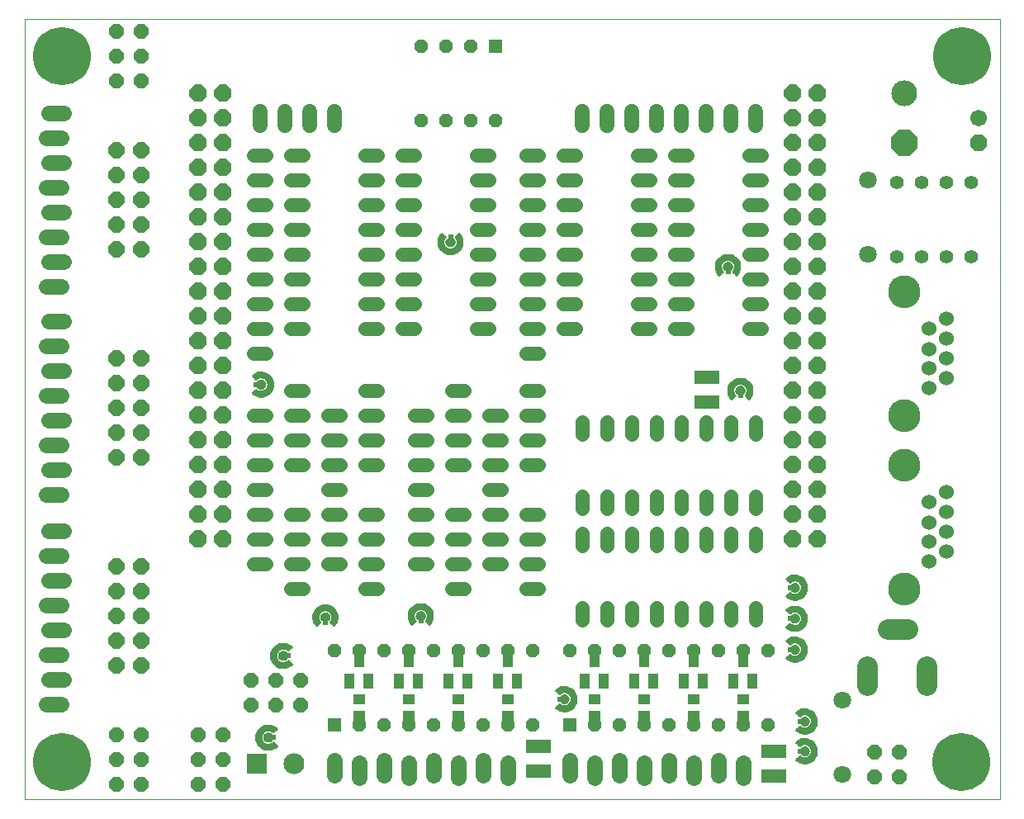
<source format=gbs>
G75*
%MOIN*%
%OFA0B0*%
%FSLAX25Y25*%
%IPPOS*%
%LPD*%
%AMOC8*
5,1,8,0,0,1.08239X$1,22.5*
%
%ADD10C,0.00000*%
%ADD11OC8,0.07000*%
%ADD12C,0.23400*%
%ADD13C,0.08274*%
%ADD14C,0.06000*%
%ADD15C,0.12998*%
%ADD16R,0.05600X0.05600*%
%ADD17OC8,0.05600*%
%ADD18C,0.05600*%
%ADD19C,0.06400*%
%ADD20C,0.10400*%
%ADD21OC8,0.10400*%
%ADD22C,0.07093*%
%ADD23OC8,0.06700*%
%ADD24C,0.06700*%
%ADD25OC8,0.06000*%
%ADD26R,0.04400X0.02400*%
%ADD27R,0.02000X0.03600*%
%ADD28C,0.00500*%
%ADD29R,0.10400X0.05400*%
%ADD30R,0.02400X0.04400*%
%ADD31R,0.03600X0.02000*%
%ADD32C,0.06000*%
%ADD33C,0.05600*%
%ADD34OC8,0.06337*%
%ADD35R,0.04337X0.05912*%
%ADD36R,0.04731X0.04337*%
%ADD37R,0.08400X0.08400*%
%ADD38C,0.08400*%
D10*
X0003000Y0106000D02*
X0003000Y0420961D01*
X0396701Y0420961D01*
X0396701Y0106000D01*
X0003000Y0106000D01*
X0351701Y0191000D02*
X0351703Y0191158D01*
X0351709Y0191316D01*
X0351719Y0191474D01*
X0351733Y0191632D01*
X0351751Y0191789D01*
X0351772Y0191946D01*
X0351798Y0192102D01*
X0351828Y0192258D01*
X0351861Y0192413D01*
X0351899Y0192566D01*
X0351940Y0192719D01*
X0351985Y0192871D01*
X0352034Y0193022D01*
X0352087Y0193171D01*
X0352143Y0193319D01*
X0352203Y0193465D01*
X0352267Y0193610D01*
X0352335Y0193753D01*
X0352406Y0193895D01*
X0352480Y0194035D01*
X0352558Y0194172D01*
X0352640Y0194308D01*
X0352724Y0194442D01*
X0352813Y0194573D01*
X0352904Y0194702D01*
X0352999Y0194829D01*
X0353096Y0194954D01*
X0353197Y0195076D01*
X0353301Y0195195D01*
X0353408Y0195312D01*
X0353518Y0195426D01*
X0353631Y0195537D01*
X0353746Y0195646D01*
X0353864Y0195751D01*
X0353985Y0195853D01*
X0354108Y0195953D01*
X0354234Y0196049D01*
X0354362Y0196142D01*
X0354492Y0196232D01*
X0354625Y0196318D01*
X0354760Y0196402D01*
X0354896Y0196481D01*
X0355035Y0196558D01*
X0355176Y0196630D01*
X0355318Y0196700D01*
X0355462Y0196765D01*
X0355608Y0196827D01*
X0355755Y0196885D01*
X0355904Y0196940D01*
X0356054Y0196991D01*
X0356205Y0197038D01*
X0356357Y0197081D01*
X0356510Y0197120D01*
X0356665Y0197156D01*
X0356820Y0197187D01*
X0356976Y0197215D01*
X0357132Y0197239D01*
X0357289Y0197259D01*
X0357447Y0197275D01*
X0357604Y0197287D01*
X0357763Y0197295D01*
X0357921Y0197299D01*
X0358079Y0197299D01*
X0358237Y0197295D01*
X0358396Y0197287D01*
X0358553Y0197275D01*
X0358711Y0197259D01*
X0358868Y0197239D01*
X0359024Y0197215D01*
X0359180Y0197187D01*
X0359335Y0197156D01*
X0359490Y0197120D01*
X0359643Y0197081D01*
X0359795Y0197038D01*
X0359946Y0196991D01*
X0360096Y0196940D01*
X0360245Y0196885D01*
X0360392Y0196827D01*
X0360538Y0196765D01*
X0360682Y0196700D01*
X0360824Y0196630D01*
X0360965Y0196558D01*
X0361104Y0196481D01*
X0361240Y0196402D01*
X0361375Y0196318D01*
X0361508Y0196232D01*
X0361638Y0196142D01*
X0361766Y0196049D01*
X0361892Y0195953D01*
X0362015Y0195853D01*
X0362136Y0195751D01*
X0362254Y0195646D01*
X0362369Y0195537D01*
X0362482Y0195426D01*
X0362592Y0195312D01*
X0362699Y0195195D01*
X0362803Y0195076D01*
X0362904Y0194954D01*
X0363001Y0194829D01*
X0363096Y0194702D01*
X0363187Y0194573D01*
X0363276Y0194442D01*
X0363360Y0194308D01*
X0363442Y0194172D01*
X0363520Y0194035D01*
X0363594Y0193895D01*
X0363665Y0193753D01*
X0363733Y0193610D01*
X0363797Y0193465D01*
X0363857Y0193319D01*
X0363913Y0193171D01*
X0363966Y0193022D01*
X0364015Y0192871D01*
X0364060Y0192719D01*
X0364101Y0192566D01*
X0364139Y0192413D01*
X0364172Y0192258D01*
X0364202Y0192102D01*
X0364228Y0191946D01*
X0364249Y0191789D01*
X0364267Y0191632D01*
X0364281Y0191474D01*
X0364291Y0191316D01*
X0364297Y0191158D01*
X0364299Y0191000D01*
X0364297Y0190842D01*
X0364291Y0190684D01*
X0364281Y0190526D01*
X0364267Y0190368D01*
X0364249Y0190211D01*
X0364228Y0190054D01*
X0364202Y0189898D01*
X0364172Y0189742D01*
X0364139Y0189587D01*
X0364101Y0189434D01*
X0364060Y0189281D01*
X0364015Y0189129D01*
X0363966Y0188978D01*
X0363913Y0188829D01*
X0363857Y0188681D01*
X0363797Y0188535D01*
X0363733Y0188390D01*
X0363665Y0188247D01*
X0363594Y0188105D01*
X0363520Y0187965D01*
X0363442Y0187828D01*
X0363360Y0187692D01*
X0363276Y0187558D01*
X0363187Y0187427D01*
X0363096Y0187298D01*
X0363001Y0187171D01*
X0362904Y0187046D01*
X0362803Y0186924D01*
X0362699Y0186805D01*
X0362592Y0186688D01*
X0362482Y0186574D01*
X0362369Y0186463D01*
X0362254Y0186354D01*
X0362136Y0186249D01*
X0362015Y0186147D01*
X0361892Y0186047D01*
X0361766Y0185951D01*
X0361638Y0185858D01*
X0361508Y0185768D01*
X0361375Y0185682D01*
X0361240Y0185598D01*
X0361104Y0185519D01*
X0360965Y0185442D01*
X0360824Y0185370D01*
X0360682Y0185300D01*
X0360538Y0185235D01*
X0360392Y0185173D01*
X0360245Y0185115D01*
X0360096Y0185060D01*
X0359946Y0185009D01*
X0359795Y0184962D01*
X0359643Y0184919D01*
X0359490Y0184880D01*
X0359335Y0184844D01*
X0359180Y0184813D01*
X0359024Y0184785D01*
X0358868Y0184761D01*
X0358711Y0184741D01*
X0358553Y0184725D01*
X0358396Y0184713D01*
X0358237Y0184705D01*
X0358079Y0184701D01*
X0357921Y0184701D01*
X0357763Y0184705D01*
X0357604Y0184713D01*
X0357447Y0184725D01*
X0357289Y0184741D01*
X0357132Y0184761D01*
X0356976Y0184785D01*
X0356820Y0184813D01*
X0356665Y0184844D01*
X0356510Y0184880D01*
X0356357Y0184919D01*
X0356205Y0184962D01*
X0356054Y0185009D01*
X0355904Y0185060D01*
X0355755Y0185115D01*
X0355608Y0185173D01*
X0355462Y0185235D01*
X0355318Y0185300D01*
X0355176Y0185370D01*
X0355035Y0185442D01*
X0354896Y0185519D01*
X0354760Y0185598D01*
X0354625Y0185682D01*
X0354492Y0185768D01*
X0354362Y0185858D01*
X0354234Y0185951D01*
X0354108Y0186047D01*
X0353985Y0186147D01*
X0353864Y0186249D01*
X0353746Y0186354D01*
X0353631Y0186463D01*
X0353518Y0186574D01*
X0353408Y0186688D01*
X0353301Y0186805D01*
X0353197Y0186924D01*
X0353096Y0187046D01*
X0352999Y0187171D01*
X0352904Y0187298D01*
X0352813Y0187427D01*
X0352724Y0187558D01*
X0352640Y0187692D01*
X0352558Y0187828D01*
X0352480Y0187965D01*
X0352406Y0188105D01*
X0352335Y0188247D01*
X0352267Y0188390D01*
X0352203Y0188535D01*
X0352143Y0188681D01*
X0352087Y0188829D01*
X0352034Y0188978D01*
X0351985Y0189129D01*
X0351940Y0189281D01*
X0351899Y0189434D01*
X0351861Y0189587D01*
X0351828Y0189742D01*
X0351798Y0189898D01*
X0351772Y0190054D01*
X0351751Y0190211D01*
X0351733Y0190368D01*
X0351719Y0190526D01*
X0351709Y0190684D01*
X0351703Y0190842D01*
X0351701Y0191000D01*
X0351701Y0241000D02*
X0351703Y0241158D01*
X0351709Y0241316D01*
X0351719Y0241474D01*
X0351733Y0241632D01*
X0351751Y0241789D01*
X0351772Y0241946D01*
X0351798Y0242102D01*
X0351828Y0242258D01*
X0351861Y0242413D01*
X0351899Y0242566D01*
X0351940Y0242719D01*
X0351985Y0242871D01*
X0352034Y0243022D01*
X0352087Y0243171D01*
X0352143Y0243319D01*
X0352203Y0243465D01*
X0352267Y0243610D01*
X0352335Y0243753D01*
X0352406Y0243895D01*
X0352480Y0244035D01*
X0352558Y0244172D01*
X0352640Y0244308D01*
X0352724Y0244442D01*
X0352813Y0244573D01*
X0352904Y0244702D01*
X0352999Y0244829D01*
X0353096Y0244954D01*
X0353197Y0245076D01*
X0353301Y0245195D01*
X0353408Y0245312D01*
X0353518Y0245426D01*
X0353631Y0245537D01*
X0353746Y0245646D01*
X0353864Y0245751D01*
X0353985Y0245853D01*
X0354108Y0245953D01*
X0354234Y0246049D01*
X0354362Y0246142D01*
X0354492Y0246232D01*
X0354625Y0246318D01*
X0354760Y0246402D01*
X0354896Y0246481D01*
X0355035Y0246558D01*
X0355176Y0246630D01*
X0355318Y0246700D01*
X0355462Y0246765D01*
X0355608Y0246827D01*
X0355755Y0246885D01*
X0355904Y0246940D01*
X0356054Y0246991D01*
X0356205Y0247038D01*
X0356357Y0247081D01*
X0356510Y0247120D01*
X0356665Y0247156D01*
X0356820Y0247187D01*
X0356976Y0247215D01*
X0357132Y0247239D01*
X0357289Y0247259D01*
X0357447Y0247275D01*
X0357604Y0247287D01*
X0357763Y0247295D01*
X0357921Y0247299D01*
X0358079Y0247299D01*
X0358237Y0247295D01*
X0358396Y0247287D01*
X0358553Y0247275D01*
X0358711Y0247259D01*
X0358868Y0247239D01*
X0359024Y0247215D01*
X0359180Y0247187D01*
X0359335Y0247156D01*
X0359490Y0247120D01*
X0359643Y0247081D01*
X0359795Y0247038D01*
X0359946Y0246991D01*
X0360096Y0246940D01*
X0360245Y0246885D01*
X0360392Y0246827D01*
X0360538Y0246765D01*
X0360682Y0246700D01*
X0360824Y0246630D01*
X0360965Y0246558D01*
X0361104Y0246481D01*
X0361240Y0246402D01*
X0361375Y0246318D01*
X0361508Y0246232D01*
X0361638Y0246142D01*
X0361766Y0246049D01*
X0361892Y0245953D01*
X0362015Y0245853D01*
X0362136Y0245751D01*
X0362254Y0245646D01*
X0362369Y0245537D01*
X0362482Y0245426D01*
X0362592Y0245312D01*
X0362699Y0245195D01*
X0362803Y0245076D01*
X0362904Y0244954D01*
X0363001Y0244829D01*
X0363096Y0244702D01*
X0363187Y0244573D01*
X0363276Y0244442D01*
X0363360Y0244308D01*
X0363442Y0244172D01*
X0363520Y0244035D01*
X0363594Y0243895D01*
X0363665Y0243753D01*
X0363733Y0243610D01*
X0363797Y0243465D01*
X0363857Y0243319D01*
X0363913Y0243171D01*
X0363966Y0243022D01*
X0364015Y0242871D01*
X0364060Y0242719D01*
X0364101Y0242566D01*
X0364139Y0242413D01*
X0364172Y0242258D01*
X0364202Y0242102D01*
X0364228Y0241946D01*
X0364249Y0241789D01*
X0364267Y0241632D01*
X0364281Y0241474D01*
X0364291Y0241316D01*
X0364297Y0241158D01*
X0364299Y0241000D01*
X0364297Y0240842D01*
X0364291Y0240684D01*
X0364281Y0240526D01*
X0364267Y0240368D01*
X0364249Y0240211D01*
X0364228Y0240054D01*
X0364202Y0239898D01*
X0364172Y0239742D01*
X0364139Y0239587D01*
X0364101Y0239434D01*
X0364060Y0239281D01*
X0364015Y0239129D01*
X0363966Y0238978D01*
X0363913Y0238829D01*
X0363857Y0238681D01*
X0363797Y0238535D01*
X0363733Y0238390D01*
X0363665Y0238247D01*
X0363594Y0238105D01*
X0363520Y0237965D01*
X0363442Y0237828D01*
X0363360Y0237692D01*
X0363276Y0237558D01*
X0363187Y0237427D01*
X0363096Y0237298D01*
X0363001Y0237171D01*
X0362904Y0237046D01*
X0362803Y0236924D01*
X0362699Y0236805D01*
X0362592Y0236688D01*
X0362482Y0236574D01*
X0362369Y0236463D01*
X0362254Y0236354D01*
X0362136Y0236249D01*
X0362015Y0236147D01*
X0361892Y0236047D01*
X0361766Y0235951D01*
X0361638Y0235858D01*
X0361508Y0235768D01*
X0361375Y0235682D01*
X0361240Y0235598D01*
X0361104Y0235519D01*
X0360965Y0235442D01*
X0360824Y0235370D01*
X0360682Y0235300D01*
X0360538Y0235235D01*
X0360392Y0235173D01*
X0360245Y0235115D01*
X0360096Y0235060D01*
X0359946Y0235009D01*
X0359795Y0234962D01*
X0359643Y0234919D01*
X0359490Y0234880D01*
X0359335Y0234844D01*
X0359180Y0234813D01*
X0359024Y0234785D01*
X0358868Y0234761D01*
X0358711Y0234741D01*
X0358553Y0234725D01*
X0358396Y0234713D01*
X0358237Y0234705D01*
X0358079Y0234701D01*
X0357921Y0234701D01*
X0357763Y0234705D01*
X0357604Y0234713D01*
X0357447Y0234725D01*
X0357289Y0234741D01*
X0357132Y0234761D01*
X0356976Y0234785D01*
X0356820Y0234813D01*
X0356665Y0234844D01*
X0356510Y0234880D01*
X0356357Y0234919D01*
X0356205Y0234962D01*
X0356054Y0235009D01*
X0355904Y0235060D01*
X0355755Y0235115D01*
X0355608Y0235173D01*
X0355462Y0235235D01*
X0355318Y0235300D01*
X0355176Y0235370D01*
X0355035Y0235442D01*
X0354896Y0235519D01*
X0354760Y0235598D01*
X0354625Y0235682D01*
X0354492Y0235768D01*
X0354362Y0235858D01*
X0354234Y0235951D01*
X0354108Y0236047D01*
X0353985Y0236147D01*
X0353864Y0236249D01*
X0353746Y0236354D01*
X0353631Y0236463D01*
X0353518Y0236574D01*
X0353408Y0236688D01*
X0353301Y0236805D01*
X0353197Y0236924D01*
X0353096Y0237046D01*
X0352999Y0237171D01*
X0352904Y0237298D01*
X0352813Y0237427D01*
X0352724Y0237558D01*
X0352640Y0237692D01*
X0352558Y0237828D01*
X0352480Y0237965D01*
X0352406Y0238105D01*
X0352335Y0238247D01*
X0352267Y0238390D01*
X0352203Y0238535D01*
X0352143Y0238681D01*
X0352087Y0238829D01*
X0352034Y0238978D01*
X0351985Y0239129D01*
X0351940Y0239281D01*
X0351899Y0239434D01*
X0351861Y0239587D01*
X0351828Y0239742D01*
X0351798Y0239898D01*
X0351772Y0240054D01*
X0351751Y0240211D01*
X0351733Y0240368D01*
X0351719Y0240526D01*
X0351709Y0240684D01*
X0351703Y0240842D01*
X0351701Y0241000D01*
X0351701Y0261000D02*
X0351703Y0261158D01*
X0351709Y0261316D01*
X0351719Y0261474D01*
X0351733Y0261632D01*
X0351751Y0261789D01*
X0351772Y0261946D01*
X0351798Y0262102D01*
X0351828Y0262258D01*
X0351861Y0262413D01*
X0351899Y0262566D01*
X0351940Y0262719D01*
X0351985Y0262871D01*
X0352034Y0263022D01*
X0352087Y0263171D01*
X0352143Y0263319D01*
X0352203Y0263465D01*
X0352267Y0263610D01*
X0352335Y0263753D01*
X0352406Y0263895D01*
X0352480Y0264035D01*
X0352558Y0264172D01*
X0352640Y0264308D01*
X0352724Y0264442D01*
X0352813Y0264573D01*
X0352904Y0264702D01*
X0352999Y0264829D01*
X0353096Y0264954D01*
X0353197Y0265076D01*
X0353301Y0265195D01*
X0353408Y0265312D01*
X0353518Y0265426D01*
X0353631Y0265537D01*
X0353746Y0265646D01*
X0353864Y0265751D01*
X0353985Y0265853D01*
X0354108Y0265953D01*
X0354234Y0266049D01*
X0354362Y0266142D01*
X0354492Y0266232D01*
X0354625Y0266318D01*
X0354760Y0266402D01*
X0354896Y0266481D01*
X0355035Y0266558D01*
X0355176Y0266630D01*
X0355318Y0266700D01*
X0355462Y0266765D01*
X0355608Y0266827D01*
X0355755Y0266885D01*
X0355904Y0266940D01*
X0356054Y0266991D01*
X0356205Y0267038D01*
X0356357Y0267081D01*
X0356510Y0267120D01*
X0356665Y0267156D01*
X0356820Y0267187D01*
X0356976Y0267215D01*
X0357132Y0267239D01*
X0357289Y0267259D01*
X0357447Y0267275D01*
X0357604Y0267287D01*
X0357763Y0267295D01*
X0357921Y0267299D01*
X0358079Y0267299D01*
X0358237Y0267295D01*
X0358396Y0267287D01*
X0358553Y0267275D01*
X0358711Y0267259D01*
X0358868Y0267239D01*
X0359024Y0267215D01*
X0359180Y0267187D01*
X0359335Y0267156D01*
X0359490Y0267120D01*
X0359643Y0267081D01*
X0359795Y0267038D01*
X0359946Y0266991D01*
X0360096Y0266940D01*
X0360245Y0266885D01*
X0360392Y0266827D01*
X0360538Y0266765D01*
X0360682Y0266700D01*
X0360824Y0266630D01*
X0360965Y0266558D01*
X0361104Y0266481D01*
X0361240Y0266402D01*
X0361375Y0266318D01*
X0361508Y0266232D01*
X0361638Y0266142D01*
X0361766Y0266049D01*
X0361892Y0265953D01*
X0362015Y0265853D01*
X0362136Y0265751D01*
X0362254Y0265646D01*
X0362369Y0265537D01*
X0362482Y0265426D01*
X0362592Y0265312D01*
X0362699Y0265195D01*
X0362803Y0265076D01*
X0362904Y0264954D01*
X0363001Y0264829D01*
X0363096Y0264702D01*
X0363187Y0264573D01*
X0363276Y0264442D01*
X0363360Y0264308D01*
X0363442Y0264172D01*
X0363520Y0264035D01*
X0363594Y0263895D01*
X0363665Y0263753D01*
X0363733Y0263610D01*
X0363797Y0263465D01*
X0363857Y0263319D01*
X0363913Y0263171D01*
X0363966Y0263022D01*
X0364015Y0262871D01*
X0364060Y0262719D01*
X0364101Y0262566D01*
X0364139Y0262413D01*
X0364172Y0262258D01*
X0364202Y0262102D01*
X0364228Y0261946D01*
X0364249Y0261789D01*
X0364267Y0261632D01*
X0364281Y0261474D01*
X0364291Y0261316D01*
X0364297Y0261158D01*
X0364299Y0261000D01*
X0364297Y0260842D01*
X0364291Y0260684D01*
X0364281Y0260526D01*
X0364267Y0260368D01*
X0364249Y0260211D01*
X0364228Y0260054D01*
X0364202Y0259898D01*
X0364172Y0259742D01*
X0364139Y0259587D01*
X0364101Y0259434D01*
X0364060Y0259281D01*
X0364015Y0259129D01*
X0363966Y0258978D01*
X0363913Y0258829D01*
X0363857Y0258681D01*
X0363797Y0258535D01*
X0363733Y0258390D01*
X0363665Y0258247D01*
X0363594Y0258105D01*
X0363520Y0257965D01*
X0363442Y0257828D01*
X0363360Y0257692D01*
X0363276Y0257558D01*
X0363187Y0257427D01*
X0363096Y0257298D01*
X0363001Y0257171D01*
X0362904Y0257046D01*
X0362803Y0256924D01*
X0362699Y0256805D01*
X0362592Y0256688D01*
X0362482Y0256574D01*
X0362369Y0256463D01*
X0362254Y0256354D01*
X0362136Y0256249D01*
X0362015Y0256147D01*
X0361892Y0256047D01*
X0361766Y0255951D01*
X0361638Y0255858D01*
X0361508Y0255768D01*
X0361375Y0255682D01*
X0361240Y0255598D01*
X0361104Y0255519D01*
X0360965Y0255442D01*
X0360824Y0255370D01*
X0360682Y0255300D01*
X0360538Y0255235D01*
X0360392Y0255173D01*
X0360245Y0255115D01*
X0360096Y0255060D01*
X0359946Y0255009D01*
X0359795Y0254962D01*
X0359643Y0254919D01*
X0359490Y0254880D01*
X0359335Y0254844D01*
X0359180Y0254813D01*
X0359024Y0254785D01*
X0358868Y0254761D01*
X0358711Y0254741D01*
X0358553Y0254725D01*
X0358396Y0254713D01*
X0358237Y0254705D01*
X0358079Y0254701D01*
X0357921Y0254701D01*
X0357763Y0254705D01*
X0357604Y0254713D01*
X0357447Y0254725D01*
X0357289Y0254741D01*
X0357132Y0254761D01*
X0356976Y0254785D01*
X0356820Y0254813D01*
X0356665Y0254844D01*
X0356510Y0254880D01*
X0356357Y0254919D01*
X0356205Y0254962D01*
X0356054Y0255009D01*
X0355904Y0255060D01*
X0355755Y0255115D01*
X0355608Y0255173D01*
X0355462Y0255235D01*
X0355318Y0255300D01*
X0355176Y0255370D01*
X0355035Y0255442D01*
X0354896Y0255519D01*
X0354760Y0255598D01*
X0354625Y0255682D01*
X0354492Y0255768D01*
X0354362Y0255858D01*
X0354234Y0255951D01*
X0354108Y0256047D01*
X0353985Y0256147D01*
X0353864Y0256249D01*
X0353746Y0256354D01*
X0353631Y0256463D01*
X0353518Y0256574D01*
X0353408Y0256688D01*
X0353301Y0256805D01*
X0353197Y0256924D01*
X0353096Y0257046D01*
X0352999Y0257171D01*
X0352904Y0257298D01*
X0352813Y0257427D01*
X0352724Y0257558D01*
X0352640Y0257692D01*
X0352558Y0257828D01*
X0352480Y0257965D01*
X0352406Y0258105D01*
X0352335Y0258247D01*
X0352267Y0258390D01*
X0352203Y0258535D01*
X0352143Y0258681D01*
X0352087Y0258829D01*
X0352034Y0258978D01*
X0351985Y0259129D01*
X0351940Y0259281D01*
X0351899Y0259434D01*
X0351861Y0259587D01*
X0351828Y0259742D01*
X0351798Y0259898D01*
X0351772Y0260054D01*
X0351751Y0260211D01*
X0351733Y0260368D01*
X0351719Y0260526D01*
X0351709Y0260684D01*
X0351703Y0260842D01*
X0351701Y0261000D01*
X0351701Y0311000D02*
X0351703Y0311158D01*
X0351709Y0311316D01*
X0351719Y0311474D01*
X0351733Y0311632D01*
X0351751Y0311789D01*
X0351772Y0311946D01*
X0351798Y0312102D01*
X0351828Y0312258D01*
X0351861Y0312413D01*
X0351899Y0312566D01*
X0351940Y0312719D01*
X0351985Y0312871D01*
X0352034Y0313022D01*
X0352087Y0313171D01*
X0352143Y0313319D01*
X0352203Y0313465D01*
X0352267Y0313610D01*
X0352335Y0313753D01*
X0352406Y0313895D01*
X0352480Y0314035D01*
X0352558Y0314172D01*
X0352640Y0314308D01*
X0352724Y0314442D01*
X0352813Y0314573D01*
X0352904Y0314702D01*
X0352999Y0314829D01*
X0353096Y0314954D01*
X0353197Y0315076D01*
X0353301Y0315195D01*
X0353408Y0315312D01*
X0353518Y0315426D01*
X0353631Y0315537D01*
X0353746Y0315646D01*
X0353864Y0315751D01*
X0353985Y0315853D01*
X0354108Y0315953D01*
X0354234Y0316049D01*
X0354362Y0316142D01*
X0354492Y0316232D01*
X0354625Y0316318D01*
X0354760Y0316402D01*
X0354896Y0316481D01*
X0355035Y0316558D01*
X0355176Y0316630D01*
X0355318Y0316700D01*
X0355462Y0316765D01*
X0355608Y0316827D01*
X0355755Y0316885D01*
X0355904Y0316940D01*
X0356054Y0316991D01*
X0356205Y0317038D01*
X0356357Y0317081D01*
X0356510Y0317120D01*
X0356665Y0317156D01*
X0356820Y0317187D01*
X0356976Y0317215D01*
X0357132Y0317239D01*
X0357289Y0317259D01*
X0357447Y0317275D01*
X0357604Y0317287D01*
X0357763Y0317295D01*
X0357921Y0317299D01*
X0358079Y0317299D01*
X0358237Y0317295D01*
X0358396Y0317287D01*
X0358553Y0317275D01*
X0358711Y0317259D01*
X0358868Y0317239D01*
X0359024Y0317215D01*
X0359180Y0317187D01*
X0359335Y0317156D01*
X0359490Y0317120D01*
X0359643Y0317081D01*
X0359795Y0317038D01*
X0359946Y0316991D01*
X0360096Y0316940D01*
X0360245Y0316885D01*
X0360392Y0316827D01*
X0360538Y0316765D01*
X0360682Y0316700D01*
X0360824Y0316630D01*
X0360965Y0316558D01*
X0361104Y0316481D01*
X0361240Y0316402D01*
X0361375Y0316318D01*
X0361508Y0316232D01*
X0361638Y0316142D01*
X0361766Y0316049D01*
X0361892Y0315953D01*
X0362015Y0315853D01*
X0362136Y0315751D01*
X0362254Y0315646D01*
X0362369Y0315537D01*
X0362482Y0315426D01*
X0362592Y0315312D01*
X0362699Y0315195D01*
X0362803Y0315076D01*
X0362904Y0314954D01*
X0363001Y0314829D01*
X0363096Y0314702D01*
X0363187Y0314573D01*
X0363276Y0314442D01*
X0363360Y0314308D01*
X0363442Y0314172D01*
X0363520Y0314035D01*
X0363594Y0313895D01*
X0363665Y0313753D01*
X0363733Y0313610D01*
X0363797Y0313465D01*
X0363857Y0313319D01*
X0363913Y0313171D01*
X0363966Y0313022D01*
X0364015Y0312871D01*
X0364060Y0312719D01*
X0364101Y0312566D01*
X0364139Y0312413D01*
X0364172Y0312258D01*
X0364202Y0312102D01*
X0364228Y0311946D01*
X0364249Y0311789D01*
X0364267Y0311632D01*
X0364281Y0311474D01*
X0364291Y0311316D01*
X0364297Y0311158D01*
X0364299Y0311000D01*
X0364297Y0310842D01*
X0364291Y0310684D01*
X0364281Y0310526D01*
X0364267Y0310368D01*
X0364249Y0310211D01*
X0364228Y0310054D01*
X0364202Y0309898D01*
X0364172Y0309742D01*
X0364139Y0309587D01*
X0364101Y0309434D01*
X0364060Y0309281D01*
X0364015Y0309129D01*
X0363966Y0308978D01*
X0363913Y0308829D01*
X0363857Y0308681D01*
X0363797Y0308535D01*
X0363733Y0308390D01*
X0363665Y0308247D01*
X0363594Y0308105D01*
X0363520Y0307965D01*
X0363442Y0307828D01*
X0363360Y0307692D01*
X0363276Y0307558D01*
X0363187Y0307427D01*
X0363096Y0307298D01*
X0363001Y0307171D01*
X0362904Y0307046D01*
X0362803Y0306924D01*
X0362699Y0306805D01*
X0362592Y0306688D01*
X0362482Y0306574D01*
X0362369Y0306463D01*
X0362254Y0306354D01*
X0362136Y0306249D01*
X0362015Y0306147D01*
X0361892Y0306047D01*
X0361766Y0305951D01*
X0361638Y0305858D01*
X0361508Y0305768D01*
X0361375Y0305682D01*
X0361240Y0305598D01*
X0361104Y0305519D01*
X0360965Y0305442D01*
X0360824Y0305370D01*
X0360682Y0305300D01*
X0360538Y0305235D01*
X0360392Y0305173D01*
X0360245Y0305115D01*
X0360096Y0305060D01*
X0359946Y0305009D01*
X0359795Y0304962D01*
X0359643Y0304919D01*
X0359490Y0304880D01*
X0359335Y0304844D01*
X0359180Y0304813D01*
X0359024Y0304785D01*
X0358868Y0304761D01*
X0358711Y0304741D01*
X0358553Y0304725D01*
X0358396Y0304713D01*
X0358237Y0304705D01*
X0358079Y0304701D01*
X0357921Y0304701D01*
X0357763Y0304705D01*
X0357604Y0304713D01*
X0357447Y0304725D01*
X0357289Y0304741D01*
X0357132Y0304761D01*
X0356976Y0304785D01*
X0356820Y0304813D01*
X0356665Y0304844D01*
X0356510Y0304880D01*
X0356357Y0304919D01*
X0356205Y0304962D01*
X0356054Y0305009D01*
X0355904Y0305060D01*
X0355755Y0305115D01*
X0355608Y0305173D01*
X0355462Y0305235D01*
X0355318Y0305300D01*
X0355176Y0305370D01*
X0355035Y0305442D01*
X0354896Y0305519D01*
X0354760Y0305598D01*
X0354625Y0305682D01*
X0354492Y0305768D01*
X0354362Y0305858D01*
X0354234Y0305951D01*
X0354108Y0306047D01*
X0353985Y0306147D01*
X0353864Y0306249D01*
X0353746Y0306354D01*
X0353631Y0306463D01*
X0353518Y0306574D01*
X0353408Y0306688D01*
X0353301Y0306805D01*
X0353197Y0306924D01*
X0353096Y0307046D01*
X0352999Y0307171D01*
X0352904Y0307298D01*
X0352813Y0307427D01*
X0352724Y0307558D01*
X0352640Y0307692D01*
X0352558Y0307828D01*
X0352480Y0307965D01*
X0352406Y0308105D01*
X0352335Y0308247D01*
X0352267Y0308390D01*
X0352203Y0308535D01*
X0352143Y0308681D01*
X0352087Y0308829D01*
X0352034Y0308978D01*
X0351985Y0309129D01*
X0351940Y0309281D01*
X0351899Y0309434D01*
X0351861Y0309587D01*
X0351828Y0309742D01*
X0351798Y0309898D01*
X0351772Y0310054D01*
X0351751Y0310211D01*
X0351733Y0310368D01*
X0351719Y0310526D01*
X0351709Y0310684D01*
X0351703Y0310842D01*
X0351701Y0311000D01*
D11*
X0323000Y0311000D03*
X0323000Y0301000D03*
X0323000Y0291000D03*
X0323000Y0281000D03*
X0323000Y0271000D03*
X0323000Y0261000D03*
X0323000Y0251000D03*
X0323000Y0241000D03*
X0323000Y0231000D03*
X0323000Y0221000D03*
X0323000Y0211000D03*
X0313000Y0211000D03*
X0313000Y0221000D03*
X0313000Y0231000D03*
X0313000Y0241000D03*
X0313000Y0251000D03*
X0313000Y0261000D03*
X0313000Y0271000D03*
X0313000Y0281000D03*
X0313000Y0291000D03*
X0313000Y0301000D03*
X0313000Y0311000D03*
X0313000Y0321000D03*
X0313000Y0331000D03*
X0313000Y0341000D03*
X0313000Y0351000D03*
X0313000Y0361000D03*
X0313000Y0371000D03*
X0313000Y0381000D03*
X0313000Y0391000D03*
X0323000Y0391000D03*
X0323000Y0381000D03*
X0323000Y0371000D03*
X0323000Y0361000D03*
X0323000Y0351000D03*
X0323000Y0341000D03*
X0323000Y0331000D03*
X0323000Y0321000D03*
X0083000Y0321000D03*
X0083000Y0311000D03*
X0083000Y0301000D03*
X0083000Y0291000D03*
X0083000Y0281000D03*
X0083000Y0271000D03*
X0083000Y0261000D03*
X0083000Y0251000D03*
X0083000Y0241000D03*
X0083000Y0231000D03*
X0083000Y0221000D03*
X0083000Y0211000D03*
X0073000Y0211000D03*
X0073000Y0221000D03*
X0073000Y0231000D03*
X0073000Y0241000D03*
X0073000Y0251000D03*
X0073000Y0261000D03*
X0073000Y0271000D03*
X0073000Y0281000D03*
X0073000Y0291000D03*
X0073000Y0301000D03*
X0073000Y0311000D03*
X0073000Y0321000D03*
X0073000Y0331000D03*
X0073000Y0341000D03*
X0073000Y0351000D03*
X0073000Y0361000D03*
X0073000Y0371000D03*
X0073000Y0381000D03*
X0073000Y0391000D03*
X0083000Y0391000D03*
X0083000Y0381000D03*
X0083000Y0371000D03*
X0083000Y0361000D03*
X0083000Y0351000D03*
X0083000Y0341000D03*
X0083000Y0331000D03*
D12*
X0018000Y0406000D03*
X0018000Y0121000D03*
X0381000Y0121000D03*
X0381500Y0406000D03*
D13*
X0359437Y0174898D02*
X0351563Y0174898D01*
X0343295Y0159937D02*
X0343295Y0152063D01*
X0367311Y0152063D02*
X0367311Y0159937D01*
D14*
X0368000Y0202004D03*
X0368000Y0210035D03*
X0375008Y0206020D03*
X0375008Y0214051D03*
X0375008Y0221965D03*
X0368000Y0225980D03*
X0368000Y0217949D03*
X0375008Y0229996D03*
X0368000Y0272004D03*
X0375008Y0276020D03*
X0375008Y0284051D03*
X0368000Y0287949D03*
X0368000Y0280035D03*
X0375008Y0291965D03*
X0368000Y0295980D03*
X0375008Y0299996D03*
D15*
X0358000Y0311000D03*
X0358000Y0261000D03*
X0358000Y0241000D03*
X0358000Y0191000D03*
D16*
X0223000Y0136000D03*
X0128000Y0136000D03*
X0193000Y0410000D03*
D17*
X0183000Y0410000D03*
X0173000Y0410000D03*
X0163000Y0410000D03*
X0163000Y0380000D03*
X0173000Y0380000D03*
X0183000Y0380000D03*
X0193000Y0380000D03*
X0188000Y0166000D03*
X0198000Y0166000D03*
X0208000Y0166000D03*
X0223000Y0166000D03*
X0233000Y0166000D03*
X0243000Y0166000D03*
X0253000Y0166000D03*
X0263000Y0166000D03*
X0273000Y0166000D03*
X0283000Y0166000D03*
X0293000Y0166000D03*
X0303000Y0166000D03*
X0303000Y0136000D03*
X0293000Y0136000D03*
X0283000Y0136000D03*
X0273000Y0136000D03*
X0263000Y0136000D03*
X0253000Y0136000D03*
X0243000Y0136000D03*
X0233000Y0136000D03*
X0208000Y0136000D03*
X0198000Y0136000D03*
X0188000Y0136000D03*
X0178000Y0136000D03*
X0168000Y0136000D03*
X0158000Y0136000D03*
X0148000Y0136000D03*
X0138000Y0136000D03*
X0138000Y0166000D03*
X0128000Y0166000D03*
X0148000Y0166000D03*
X0158000Y0166000D03*
X0168000Y0166000D03*
X0178000Y0166000D03*
D18*
X0180600Y0191000D02*
X0175400Y0191000D01*
X0175400Y0201000D02*
X0180600Y0201000D01*
X0190400Y0201000D02*
X0195600Y0201000D01*
X0195600Y0211000D02*
X0190400Y0211000D01*
X0180600Y0211000D02*
X0175400Y0211000D01*
X0165600Y0211000D02*
X0160400Y0211000D01*
X0160400Y0201000D02*
X0165600Y0201000D01*
X0165600Y0221000D02*
X0160400Y0221000D01*
X0160400Y0231000D02*
X0165600Y0231000D01*
X0165600Y0241000D02*
X0160400Y0241000D01*
X0160400Y0251000D02*
X0165600Y0251000D01*
X0175400Y0251000D02*
X0180600Y0251000D01*
X0190400Y0251000D02*
X0195600Y0251000D01*
X0195600Y0241000D02*
X0190400Y0241000D01*
X0180600Y0241000D02*
X0175400Y0241000D01*
X0190400Y0231000D02*
X0195600Y0231000D01*
X0195600Y0221000D02*
X0190400Y0221000D01*
X0180600Y0221000D02*
X0175400Y0221000D01*
X0145600Y0221000D02*
X0140400Y0221000D01*
X0140400Y0211000D02*
X0145600Y0211000D01*
X0145600Y0201000D02*
X0140400Y0201000D01*
X0140400Y0191000D02*
X0145600Y0191000D01*
X0130600Y0201000D02*
X0125400Y0201000D01*
X0125400Y0211000D02*
X0130600Y0211000D01*
X0130600Y0221000D02*
X0125400Y0221000D01*
X0125400Y0231000D02*
X0130600Y0231000D01*
X0130600Y0241000D02*
X0125400Y0241000D01*
X0125400Y0251000D02*
X0130600Y0251000D01*
X0130600Y0261000D02*
X0125400Y0261000D01*
X0115600Y0261000D02*
X0110400Y0261000D01*
X0100600Y0261000D02*
X0095400Y0261000D01*
X0095400Y0251000D02*
X0100600Y0251000D01*
X0110400Y0251000D02*
X0115600Y0251000D01*
X0115600Y0241000D02*
X0110400Y0241000D01*
X0100600Y0241000D02*
X0095400Y0241000D01*
X0095400Y0231000D02*
X0100600Y0231000D01*
X0100600Y0221000D02*
X0095400Y0221000D01*
X0095400Y0211000D02*
X0100600Y0211000D01*
X0110400Y0211000D02*
X0115600Y0211000D01*
X0115600Y0201000D02*
X0110400Y0201000D01*
X0100600Y0201000D02*
X0095400Y0201000D01*
X0110400Y0191000D02*
X0115600Y0191000D01*
X0115600Y0221000D02*
X0110400Y0221000D01*
X0140400Y0241000D02*
X0145600Y0241000D01*
X0145600Y0251000D02*
X0140400Y0251000D01*
X0140400Y0261000D02*
X0145600Y0261000D01*
X0145600Y0271000D02*
X0140400Y0271000D01*
X0160400Y0261000D02*
X0165600Y0261000D01*
X0175400Y0261000D02*
X0180600Y0261000D01*
X0190400Y0261000D02*
X0195600Y0261000D01*
X0205400Y0261000D02*
X0210600Y0261000D01*
X0210600Y0251000D02*
X0205400Y0251000D01*
X0205400Y0241000D02*
X0210600Y0241000D01*
X0210600Y0221000D02*
X0205400Y0221000D01*
X0205400Y0211000D02*
X0210600Y0211000D01*
X0210600Y0201000D02*
X0205400Y0201000D01*
X0205400Y0191000D02*
X0210600Y0191000D01*
X0228000Y0183600D02*
X0228000Y0178400D01*
X0238000Y0178400D02*
X0238000Y0183600D01*
X0248000Y0183600D02*
X0248000Y0178400D01*
X0258000Y0178400D02*
X0258000Y0183600D01*
X0268000Y0183600D02*
X0268000Y0178400D01*
X0278000Y0178400D02*
X0278000Y0183600D01*
X0288000Y0183600D02*
X0288000Y0178400D01*
X0298000Y0178400D02*
X0298000Y0183600D01*
X0298000Y0208400D02*
X0298000Y0213600D01*
X0298000Y0223400D02*
X0298000Y0228600D01*
X0288000Y0228600D02*
X0288000Y0223400D01*
X0288000Y0213600D02*
X0288000Y0208400D01*
X0278000Y0208400D02*
X0278000Y0213600D01*
X0278000Y0223400D02*
X0278000Y0228600D01*
X0268000Y0228600D02*
X0268000Y0223400D01*
X0268000Y0213600D02*
X0268000Y0208400D01*
X0258000Y0208400D02*
X0258000Y0213600D01*
X0258000Y0223400D02*
X0258000Y0228600D01*
X0248000Y0228600D02*
X0248000Y0223400D01*
X0248000Y0213600D02*
X0248000Y0208400D01*
X0238000Y0208400D02*
X0238000Y0213600D01*
X0238000Y0223400D02*
X0238000Y0228600D01*
X0228000Y0228600D02*
X0228000Y0223400D01*
X0228000Y0213600D02*
X0228000Y0208400D01*
X0228000Y0253400D02*
X0228000Y0258600D01*
X0238000Y0258600D02*
X0238000Y0253400D01*
X0248000Y0253400D02*
X0248000Y0258600D01*
X0258000Y0258600D02*
X0258000Y0253400D01*
X0268000Y0253400D02*
X0268000Y0258600D01*
X0278000Y0258600D02*
X0278000Y0253400D01*
X0288000Y0253400D02*
X0288000Y0258600D01*
X0298000Y0258600D02*
X0298000Y0253400D01*
X0295400Y0296000D02*
X0300600Y0296000D01*
X0300600Y0306000D02*
X0295400Y0306000D01*
X0295400Y0316000D02*
X0300600Y0316000D01*
X0300600Y0326000D02*
X0295400Y0326000D01*
X0295400Y0336000D02*
X0300600Y0336000D01*
X0300600Y0346000D02*
X0295400Y0346000D01*
X0295400Y0356000D02*
X0300600Y0356000D01*
X0300600Y0366000D02*
X0295400Y0366000D01*
X0270600Y0366000D02*
X0265400Y0366000D01*
X0265400Y0356000D02*
X0270600Y0356000D01*
X0270600Y0346000D02*
X0265400Y0346000D01*
X0265400Y0336000D02*
X0270600Y0336000D01*
X0270600Y0326000D02*
X0265400Y0326000D01*
X0265400Y0316000D02*
X0270600Y0316000D01*
X0270600Y0306000D02*
X0265400Y0306000D01*
X0265400Y0296000D02*
X0270600Y0296000D01*
X0255600Y0296000D02*
X0250400Y0296000D01*
X0250400Y0306000D02*
X0255600Y0306000D01*
X0255600Y0316000D02*
X0250400Y0316000D01*
X0250400Y0326000D02*
X0255600Y0326000D01*
X0255600Y0336000D02*
X0250400Y0336000D01*
X0250400Y0346000D02*
X0255600Y0346000D01*
X0255600Y0356000D02*
X0250400Y0356000D01*
X0250400Y0366000D02*
X0255600Y0366000D01*
X0225600Y0366000D02*
X0220400Y0366000D01*
X0220400Y0356000D02*
X0225600Y0356000D01*
X0225600Y0346000D02*
X0220400Y0346000D01*
X0220400Y0336000D02*
X0225600Y0336000D01*
X0225600Y0326000D02*
X0220400Y0326000D01*
X0220400Y0316000D02*
X0225600Y0316000D01*
X0225600Y0306000D02*
X0220400Y0306000D01*
X0220400Y0296000D02*
X0225600Y0296000D01*
X0210600Y0296000D02*
X0205400Y0296000D01*
X0205400Y0286000D02*
X0210600Y0286000D01*
X0210600Y0271000D02*
X0205400Y0271000D01*
X0190600Y0296000D02*
X0185400Y0296000D01*
X0185400Y0306000D02*
X0190600Y0306000D01*
X0190600Y0316000D02*
X0185400Y0316000D01*
X0185400Y0326000D02*
X0190600Y0326000D01*
X0190600Y0336000D02*
X0185400Y0336000D01*
X0185400Y0346000D02*
X0190600Y0346000D01*
X0190600Y0356000D02*
X0185400Y0356000D01*
X0185400Y0366000D02*
X0190600Y0366000D01*
X0205400Y0366000D02*
X0210600Y0366000D01*
X0210600Y0356000D02*
X0205400Y0356000D01*
X0205400Y0346000D02*
X0210600Y0346000D01*
X0210600Y0336000D02*
X0205400Y0336000D01*
X0205400Y0326000D02*
X0210600Y0326000D01*
X0210600Y0316000D02*
X0205400Y0316000D01*
X0205400Y0306000D02*
X0210600Y0306000D01*
X0180600Y0271000D02*
X0175400Y0271000D01*
X0160600Y0296000D02*
X0155400Y0296000D01*
X0145600Y0296000D02*
X0140400Y0296000D01*
X0140400Y0306000D02*
X0145600Y0306000D01*
X0155400Y0306000D02*
X0160600Y0306000D01*
X0160600Y0316000D02*
X0155400Y0316000D01*
X0145600Y0316000D02*
X0140400Y0316000D01*
X0140400Y0326000D02*
X0145600Y0326000D01*
X0155400Y0326000D02*
X0160600Y0326000D01*
X0160600Y0336000D02*
X0155400Y0336000D01*
X0155400Y0346000D02*
X0160600Y0346000D01*
X0160600Y0356000D02*
X0155400Y0356000D01*
X0145600Y0356000D02*
X0140400Y0356000D01*
X0140400Y0346000D02*
X0145600Y0346000D01*
X0145600Y0336000D02*
X0140400Y0336000D01*
X0140400Y0366000D02*
X0145600Y0366000D01*
X0155400Y0366000D02*
X0160600Y0366000D01*
X0115600Y0366000D02*
X0110400Y0366000D01*
X0100600Y0366000D02*
X0095400Y0366000D01*
X0095400Y0356000D02*
X0100600Y0356000D01*
X0110400Y0356000D02*
X0115600Y0356000D01*
X0115600Y0346000D02*
X0110400Y0346000D01*
X0110400Y0336000D02*
X0115600Y0336000D01*
X0115600Y0326000D02*
X0110400Y0326000D01*
X0100600Y0326000D02*
X0095400Y0326000D01*
X0095400Y0316000D02*
X0100600Y0316000D01*
X0110400Y0316000D02*
X0115600Y0316000D01*
X0115600Y0306000D02*
X0110400Y0306000D01*
X0100600Y0306000D02*
X0095400Y0306000D01*
X0095400Y0296000D02*
X0100600Y0296000D01*
X0110400Y0296000D02*
X0115600Y0296000D01*
X0100600Y0286000D02*
X0095400Y0286000D01*
X0110400Y0271000D02*
X0115600Y0271000D01*
X0100600Y0336000D02*
X0095400Y0336000D01*
X0095400Y0346000D02*
X0100600Y0346000D01*
D19*
X0018705Y0343000D02*
X0012705Y0343000D01*
X0011705Y0333000D02*
X0017705Y0333000D01*
X0018705Y0323000D02*
X0012705Y0323000D01*
X0011705Y0313000D02*
X0017705Y0313000D01*
X0018705Y0299000D02*
X0012705Y0299000D01*
X0011705Y0289000D02*
X0017705Y0289000D01*
X0018705Y0279000D02*
X0012705Y0279000D01*
X0011705Y0269000D02*
X0017705Y0269000D01*
X0018705Y0259000D02*
X0012705Y0259000D01*
X0011705Y0249000D02*
X0017705Y0249000D01*
X0018705Y0239000D02*
X0012705Y0239000D01*
X0011705Y0229000D02*
X0017705Y0229000D01*
X0018705Y0214600D02*
X0012705Y0214600D01*
X0011705Y0204600D02*
X0017705Y0204600D01*
X0018705Y0194600D02*
X0012705Y0194600D01*
X0011705Y0184600D02*
X0017705Y0184600D01*
X0018705Y0174600D02*
X0012705Y0174600D01*
X0011705Y0164600D02*
X0017705Y0164600D01*
X0018705Y0154600D02*
X0012705Y0154600D01*
X0011705Y0144600D02*
X0017705Y0144600D01*
X0128000Y0121705D02*
X0128000Y0115705D01*
X0138000Y0114705D02*
X0138000Y0120705D01*
X0148000Y0121705D02*
X0148000Y0115705D01*
X0158000Y0114705D02*
X0158000Y0120705D01*
X0168000Y0121705D02*
X0168000Y0115705D01*
X0178000Y0114705D02*
X0178000Y0120705D01*
X0188000Y0121705D02*
X0188000Y0115705D01*
X0198000Y0114705D02*
X0198000Y0120705D01*
X0223000Y0121705D02*
X0223000Y0115705D01*
X0233000Y0114705D02*
X0233000Y0120705D01*
X0243000Y0121705D02*
X0243000Y0115705D01*
X0253000Y0114705D02*
X0253000Y0120705D01*
X0263000Y0121705D02*
X0263000Y0115705D01*
X0273000Y0114705D02*
X0273000Y0120705D01*
X0283000Y0121705D02*
X0283000Y0115705D01*
X0293000Y0114705D02*
X0293000Y0120705D01*
X0017705Y0353000D02*
X0011705Y0353000D01*
X0012705Y0363000D02*
X0018705Y0363000D01*
X0017705Y0373000D02*
X0011705Y0373000D01*
X0012705Y0383000D02*
X0018705Y0383000D01*
D20*
X0358000Y0391000D03*
D21*
X0358000Y0371000D03*
D22*
X0343500Y0356000D03*
X0343500Y0326000D03*
X0333000Y0146000D03*
X0333000Y0116000D03*
D23*
X0388000Y0371000D03*
D24*
X0388000Y0381000D03*
D25*
X0356000Y0125000D03*
X0356000Y0115000D03*
X0346000Y0115000D03*
X0346000Y0125000D03*
X0114500Y0144000D03*
X0114500Y0154000D03*
X0104500Y0154000D03*
X0104500Y0144000D03*
X0094500Y0144000D03*
X0094500Y0154000D03*
X0083000Y0132000D03*
X0083000Y0122000D03*
X0083000Y0112000D03*
X0073000Y0112000D03*
X0073000Y0122000D03*
X0073000Y0132000D03*
X0050000Y0132000D03*
X0050000Y0122000D03*
X0050000Y0112000D03*
X0040000Y0112000D03*
X0040000Y0122000D03*
X0040000Y0132000D03*
X0040000Y0396000D03*
X0040000Y0406000D03*
X0040000Y0416000D03*
X0050000Y0416000D03*
X0050000Y0406000D03*
X0050000Y0396000D03*
D26*
X0097500Y0273500D03*
X0108500Y0164000D03*
X0102500Y0131000D03*
X0220000Y0146500D03*
X0313000Y0166500D03*
X0313000Y0179000D03*
X0313000Y0191500D03*
X0317000Y0137500D03*
X0317000Y0125500D03*
D27*
X0322000Y0125500D03*
X0322000Y0137500D03*
X0318000Y0166500D03*
X0318000Y0179000D03*
X0318000Y0191500D03*
X0225000Y0146500D03*
X0103500Y0164000D03*
X0097500Y0131000D03*
X0102500Y0273500D03*
D28*
X0103450Y0273500D02*
X0101328Y0273500D01*
X0101264Y0272899D01*
X0101073Y0272325D01*
X0100764Y0271805D01*
X0100352Y0271362D01*
X0099856Y0271018D01*
X0099297Y0270786D01*
X0098702Y0270679D01*
X0098097Y0270700D01*
X0097512Y0270850D01*
X0096971Y0271121D01*
X0096500Y0271500D01*
X0095000Y0270000D01*
X0095688Y0269426D01*
X0096469Y0268986D01*
X0097315Y0268694D01*
X0098201Y0268559D01*
X0099097Y0268586D01*
X0099973Y0268774D01*
X0100800Y0269117D01*
X0101553Y0269604D01*
X0102205Y0270218D01*
X0102736Y0270939D01*
X0103128Y0271745D01*
X0103369Y0272608D01*
X0103450Y0273500D01*
X0103369Y0274392D01*
X0103128Y0275255D01*
X0102736Y0276061D01*
X0102205Y0276782D01*
X0101553Y0277396D01*
X0100800Y0277883D01*
X0099973Y0278226D01*
X0099097Y0278414D01*
X0098201Y0278441D01*
X0097315Y0278306D01*
X0096469Y0278014D01*
X0095688Y0277574D01*
X0095000Y0277000D01*
X0096500Y0275500D01*
X0096971Y0275879D01*
X0097512Y0276150D01*
X0098097Y0276300D01*
X0098702Y0276321D01*
X0099297Y0276214D01*
X0099856Y0275982D01*
X0100352Y0275638D01*
X0100764Y0275195D01*
X0101073Y0274675D01*
X0101264Y0274101D01*
X0101328Y0273500D01*
X0101275Y0273998D02*
X0103404Y0273998D01*
X0103340Y0274497D02*
X0101132Y0274497D01*
X0100883Y0274995D02*
X0103201Y0274995D01*
X0103012Y0275494D02*
X0100486Y0275494D01*
X0099832Y0275992D02*
X0102769Y0275992D01*
X0102419Y0276491D02*
X0095509Y0276491D01*
X0095011Y0276989D02*
X0101985Y0276989D01*
X0101411Y0277488D02*
X0095585Y0277488D01*
X0096420Y0277986D02*
X0100550Y0277986D01*
X0099149Y0275068D02*
X0098765Y0275176D01*
X0098367Y0275192D01*
X0097976Y0275114D01*
X0097613Y0274947D01*
X0097300Y0274700D01*
X0097300Y0274500D01*
X0097300Y0272500D01*
X0097300Y0272300D01*
X0097613Y0272053D01*
X0097976Y0271886D01*
X0098367Y0271808D01*
X0098765Y0271824D01*
X0099149Y0271932D01*
X0099498Y0272127D01*
X0099790Y0272398D01*
X0100012Y0272730D01*
X0100150Y0273104D01*
X0100197Y0273500D01*
X0100150Y0273896D01*
X0100012Y0274270D01*
X0099790Y0274602D01*
X0099498Y0274873D01*
X0099149Y0275068D01*
X0099279Y0274995D02*
X0097718Y0274995D01*
X0097300Y0274497D02*
X0099861Y0274497D01*
X0100112Y0273998D02*
X0097300Y0273998D01*
X0097300Y0273500D02*
X0100197Y0273500D01*
X0100112Y0273001D02*
X0097300Y0273001D01*
X0097300Y0272503D02*
X0099861Y0272503D01*
X0099278Y0272004D02*
X0097719Y0272004D01*
X0097197Y0271007D02*
X0096007Y0271007D01*
X0095509Y0270509D02*
X0102419Y0270509D01*
X0102769Y0271007D02*
X0099831Y0271007D01*
X0100486Y0271506D02*
X0103012Y0271506D01*
X0103200Y0272004D02*
X0100883Y0272004D01*
X0101132Y0272503D02*
X0103339Y0272503D01*
X0103404Y0273001D02*
X0101275Y0273001D01*
X0101985Y0270010D02*
X0095010Y0270010D01*
X0095586Y0269512D02*
X0101410Y0269512D01*
X0100549Y0269013D02*
X0096421Y0269013D01*
X0096008Y0275992D02*
X0097196Y0275992D01*
X0171104Y0327947D02*
X0171718Y0327295D01*
X0172439Y0326764D01*
X0173245Y0326372D01*
X0174108Y0326131D01*
X0175000Y0326050D01*
X0175892Y0326131D01*
X0176755Y0326372D01*
X0177561Y0326764D01*
X0178282Y0327295D01*
X0178896Y0327947D01*
X0179383Y0328700D01*
X0179726Y0329527D01*
X0179914Y0330403D01*
X0179941Y0331299D01*
X0179806Y0332185D01*
X0179514Y0333031D01*
X0179074Y0333812D01*
X0178500Y0334500D01*
X0177000Y0333000D01*
X0177379Y0332529D01*
X0177650Y0331988D01*
X0177800Y0331403D01*
X0177821Y0330798D01*
X0177714Y0330203D01*
X0177482Y0329644D01*
X0177138Y0329148D01*
X0176695Y0328736D01*
X0176175Y0328427D01*
X0175601Y0328236D01*
X0175000Y0328172D01*
X0174399Y0328236D01*
X0173825Y0328427D01*
X0173305Y0328736D01*
X0172862Y0329148D01*
X0172518Y0329644D01*
X0172286Y0330203D01*
X0172179Y0330798D01*
X0172200Y0331403D01*
X0172350Y0331988D01*
X0172621Y0332529D01*
X0173000Y0333000D01*
X0171500Y0334500D01*
X0170926Y0333812D01*
X0170486Y0333031D01*
X0170194Y0332185D01*
X0170059Y0331299D01*
X0170086Y0330403D01*
X0170274Y0329527D01*
X0170617Y0328700D01*
X0171104Y0327947D01*
X0171207Y0327838D02*
X0178793Y0327838D01*
X0179148Y0328336D02*
X0175901Y0328336D01*
X0176801Y0328835D02*
X0179439Y0328835D01*
X0179645Y0329333D02*
X0177266Y0329333D01*
X0177560Y0329832D02*
X0179791Y0329832D01*
X0179898Y0330330D02*
X0177737Y0330330D01*
X0177820Y0330829D02*
X0179927Y0330829D01*
X0179936Y0331327D02*
X0177802Y0331327D01*
X0177692Y0331826D02*
X0179861Y0331826D01*
X0179758Y0332324D02*
X0177482Y0332324D01*
X0177143Y0332823D02*
X0179586Y0332823D01*
X0179350Y0333321D02*
X0177321Y0333321D01*
X0177820Y0333820D02*
X0179067Y0333820D01*
X0178652Y0334318D02*
X0178318Y0334318D01*
X0176200Y0332200D02*
X0176000Y0332200D01*
X0174000Y0332200D01*
X0173800Y0332200D01*
X0173553Y0331887D01*
X0173386Y0331524D01*
X0173308Y0331133D01*
X0173324Y0330735D01*
X0173432Y0330351D01*
X0173627Y0330002D01*
X0173898Y0329710D01*
X0174230Y0329488D01*
X0174604Y0329350D01*
X0175000Y0329303D01*
X0175396Y0329350D01*
X0175770Y0329488D01*
X0176102Y0329710D01*
X0176373Y0330002D01*
X0176568Y0330351D01*
X0176676Y0330735D01*
X0176692Y0331133D01*
X0176614Y0331524D01*
X0176447Y0331887D01*
X0176200Y0332200D01*
X0176475Y0331826D02*
X0173525Y0331826D01*
X0173347Y0331327D02*
X0176653Y0331327D01*
X0176680Y0330829D02*
X0173320Y0330829D01*
X0173444Y0330330D02*
X0176556Y0330330D01*
X0176215Y0329832D02*
X0173785Y0329832D01*
X0174745Y0329333D02*
X0175255Y0329333D01*
X0174099Y0328336D02*
X0170852Y0328336D01*
X0170561Y0328835D02*
X0173199Y0328835D01*
X0172734Y0329333D02*
X0170355Y0329333D01*
X0170209Y0329832D02*
X0172440Y0329832D01*
X0172263Y0330330D02*
X0170102Y0330330D01*
X0170073Y0330829D02*
X0172180Y0330829D01*
X0172198Y0331327D02*
X0170064Y0331327D01*
X0170139Y0331826D02*
X0172308Y0331826D01*
X0172518Y0332324D02*
X0170242Y0332324D01*
X0170414Y0332823D02*
X0172857Y0332823D01*
X0172679Y0333321D02*
X0170650Y0333321D01*
X0170933Y0333820D02*
X0172180Y0333820D01*
X0171682Y0334318D02*
X0171348Y0334318D01*
X0171676Y0327339D02*
X0178324Y0327339D01*
X0177665Y0326841D02*
X0172335Y0326841D01*
X0173352Y0326342D02*
X0176648Y0326342D01*
X0282086Y0321597D02*
X0282059Y0320701D01*
X0282194Y0319815D01*
X0282486Y0318969D01*
X0282926Y0318188D01*
X0283500Y0317500D01*
X0285000Y0319000D01*
X0284621Y0319471D01*
X0284350Y0320012D01*
X0284200Y0320597D01*
X0284179Y0321202D01*
X0284286Y0321797D01*
X0284518Y0322356D01*
X0284862Y0322852D01*
X0285305Y0323264D01*
X0285825Y0323573D01*
X0286399Y0323764D01*
X0287000Y0323828D01*
X0287601Y0323764D01*
X0288175Y0323573D01*
X0288695Y0323264D01*
X0289138Y0322852D01*
X0289482Y0322356D01*
X0289714Y0321797D01*
X0289821Y0321202D01*
X0289800Y0320597D01*
X0289650Y0320012D01*
X0289379Y0319471D01*
X0289000Y0319000D01*
X0290500Y0317500D01*
X0291074Y0318188D01*
X0291514Y0318969D01*
X0291806Y0319815D01*
X0291941Y0320701D01*
X0291914Y0321597D01*
X0291726Y0322473D01*
X0291383Y0323300D01*
X0290896Y0324053D01*
X0290282Y0324705D01*
X0289561Y0325236D01*
X0288755Y0325628D01*
X0287892Y0325869D01*
X0287000Y0325950D01*
X0286108Y0325869D01*
X0285245Y0325628D01*
X0284439Y0325236D01*
X0283718Y0324705D01*
X0283104Y0324053D01*
X0282617Y0323300D01*
X0282274Y0322473D01*
X0282086Y0321597D01*
X0282079Y0321357D02*
X0284207Y0321357D01*
X0284191Y0320858D02*
X0282064Y0320858D01*
X0282111Y0320360D02*
X0284261Y0320360D01*
X0284425Y0319861D02*
X0282187Y0319861D01*
X0282350Y0319363D02*
X0284708Y0319363D01*
X0284864Y0318864D02*
X0282545Y0318864D01*
X0282826Y0318366D02*
X0284366Y0318366D01*
X0283867Y0317867D02*
X0283194Y0317867D01*
X0285752Y0319861D02*
X0288248Y0319861D01*
X0288200Y0319800D02*
X0288447Y0320113D01*
X0288614Y0320476D01*
X0288692Y0320867D01*
X0288676Y0321265D01*
X0288568Y0321649D01*
X0288373Y0321998D01*
X0288102Y0322290D01*
X0287770Y0322512D01*
X0287396Y0322650D01*
X0287000Y0322697D01*
X0286604Y0322650D01*
X0286230Y0322512D01*
X0285898Y0322290D01*
X0285627Y0321998D01*
X0285432Y0321649D01*
X0285324Y0321265D01*
X0285308Y0320867D01*
X0285386Y0320476D01*
X0285553Y0320113D01*
X0285800Y0319800D01*
X0286000Y0319800D01*
X0288000Y0319800D01*
X0288200Y0319800D01*
X0288561Y0320360D02*
X0285439Y0320360D01*
X0285310Y0320858D02*
X0288690Y0320858D01*
X0288650Y0321357D02*
X0285350Y0321357D01*
X0285547Y0321855D02*
X0288453Y0321855D01*
X0288007Y0322354D02*
X0285993Y0322354D01*
X0285451Y0323351D02*
X0282650Y0323351D01*
X0282432Y0322852D02*
X0284863Y0322852D01*
X0284517Y0322354D02*
X0282249Y0322354D01*
X0282142Y0321855D02*
X0284310Y0321855D01*
X0282972Y0323849D02*
X0291028Y0323849D01*
X0291350Y0323351D02*
X0288549Y0323351D01*
X0289137Y0322852D02*
X0291568Y0322852D01*
X0291751Y0322354D02*
X0289483Y0322354D01*
X0289690Y0321855D02*
X0291858Y0321855D01*
X0291921Y0321357D02*
X0289793Y0321357D01*
X0289809Y0320858D02*
X0291936Y0320858D01*
X0291889Y0320360D02*
X0289739Y0320360D01*
X0289575Y0319861D02*
X0291813Y0319861D01*
X0291650Y0319363D02*
X0289292Y0319363D01*
X0289136Y0318864D02*
X0291455Y0318864D01*
X0291174Y0318366D02*
X0289634Y0318366D01*
X0290133Y0317867D02*
X0290806Y0317867D01*
X0290618Y0324348D02*
X0283382Y0324348D01*
X0283910Y0324846D02*
X0290090Y0324846D01*
X0289337Y0325345D02*
X0284663Y0325345D01*
X0286017Y0325843D02*
X0287983Y0325843D01*
X0292000Y0275950D02*
X0291108Y0275869D01*
X0290245Y0275628D01*
X0289439Y0275236D01*
X0288718Y0274705D01*
X0288104Y0274053D01*
X0287617Y0273300D01*
X0287274Y0272473D01*
X0287086Y0271597D01*
X0287059Y0270701D01*
X0287194Y0269815D01*
X0287486Y0268969D01*
X0287926Y0268188D01*
X0288500Y0267500D01*
X0290000Y0269000D01*
X0289621Y0269471D01*
X0289350Y0270012D01*
X0289200Y0270597D01*
X0289179Y0271202D01*
X0289286Y0271797D01*
X0289518Y0272356D01*
X0289862Y0272852D01*
X0290305Y0273264D01*
X0290825Y0273573D01*
X0291399Y0273764D01*
X0292000Y0273828D01*
X0292601Y0273764D01*
X0293175Y0273573D01*
X0293695Y0273264D01*
X0294138Y0272852D01*
X0294482Y0272356D01*
X0294714Y0271797D01*
X0294821Y0271202D01*
X0294800Y0270597D01*
X0294650Y0270012D01*
X0294379Y0269471D01*
X0294000Y0269000D01*
X0295500Y0267500D01*
X0296074Y0268188D01*
X0296514Y0268969D01*
X0296806Y0269815D01*
X0296941Y0270701D01*
X0296914Y0271597D01*
X0296726Y0272473D01*
X0296383Y0273300D01*
X0295896Y0274053D01*
X0295282Y0274705D01*
X0294561Y0275236D01*
X0293755Y0275628D01*
X0292892Y0275869D01*
X0292000Y0275950D01*
X0289969Y0275494D02*
X0294031Y0275494D01*
X0294888Y0274995D02*
X0289112Y0274995D01*
X0288522Y0274497D02*
X0295478Y0274497D01*
X0295931Y0273998D02*
X0288069Y0273998D01*
X0287746Y0273500D02*
X0290702Y0273500D01*
X0290023Y0273001D02*
X0287493Y0273001D01*
X0287287Y0272503D02*
X0289620Y0272503D01*
X0289372Y0272004D02*
X0287174Y0272004D01*
X0287084Y0271506D02*
X0289234Y0271506D01*
X0289186Y0271007D02*
X0287069Y0271007D01*
X0287089Y0270509D02*
X0289223Y0270509D01*
X0289351Y0270010D02*
X0287164Y0270010D01*
X0287299Y0269512D02*
X0289600Y0269512D01*
X0289989Y0269013D02*
X0287471Y0269013D01*
X0287742Y0268515D02*
X0289515Y0268515D01*
X0289016Y0268016D02*
X0288070Y0268016D01*
X0288485Y0267518D02*
X0288518Y0267518D01*
X0290800Y0269800D02*
X0291000Y0269800D01*
X0293000Y0269800D01*
X0293200Y0269800D01*
X0293447Y0270113D01*
X0293614Y0270476D01*
X0293692Y0270867D01*
X0293676Y0271265D01*
X0293568Y0271649D01*
X0293373Y0271998D01*
X0293102Y0272290D01*
X0292770Y0272512D01*
X0292396Y0272650D01*
X0292000Y0272697D01*
X0291604Y0272650D01*
X0291230Y0272512D01*
X0290898Y0272290D01*
X0290627Y0271998D01*
X0290432Y0271649D01*
X0290324Y0271265D01*
X0290308Y0270867D01*
X0290386Y0270476D01*
X0290553Y0270113D01*
X0290800Y0269800D01*
X0290634Y0270010D02*
X0293366Y0270010D01*
X0293621Y0270509D02*
X0290379Y0270509D01*
X0290314Y0271007D02*
X0293686Y0271007D01*
X0293608Y0271506D02*
X0290392Y0271506D01*
X0290633Y0272004D02*
X0293367Y0272004D01*
X0292784Y0272503D02*
X0291216Y0272503D01*
X0293298Y0273500D02*
X0296254Y0273500D01*
X0296507Y0273001D02*
X0293977Y0273001D01*
X0294380Y0272503D02*
X0296713Y0272503D01*
X0296826Y0272004D02*
X0294628Y0272004D01*
X0294766Y0271506D02*
X0296916Y0271506D01*
X0296931Y0271007D02*
X0294814Y0271007D01*
X0294777Y0270509D02*
X0296911Y0270509D01*
X0296836Y0270010D02*
X0294649Y0270010D01*
X0294400Y0269512D02*
X0296701Y0269512D01*
X0296529Y0269013D02*
X0294011Y0269013D01*
X0294485Y0268515D02*
X0296258Y0268515D01*
X0295930Y0268016D02*
X0294984Y0268016D01*
X0295482Y0267518D02*
X0295515Y0267518D01*
X0312815Y0196306D02*
X0313701Y0196441D01*
X0314597Y0196414D01*
X0315473Y0196226D01*
X0316300Y0195883D01*
X0317053Y0195396D01*
X0317705Y0194782D01*
X0318236Y0194061D01*
X0318628Y0193255D01*
X0318869Y0192392D01*
X0318950Y0191500D01*
X0318869Y0190608D01*
X0318628Y0189745D01*
X0318236Y0188939D01*
X0317705Y0188218D01*
X0317053Y0187604D01*
X0316300Y0187117D01*
X0315473Y0186774D01*
X0314597Y0186586D01*
X0313701Y0186559D01*
X0312815Y0186694D01*
X0311969Y0186986D01*
X0311188Y0187426D01*
X0310500Y0188000D01*
X0312000Y0189500D01*
X0312471Y0189121D01*
X0313012Y0188850D01*
X0313597Y0188700D01*
X0314202Y0188679D01*
X0314797Y0188786D01*
X0315356Y0189018D01*
X0315852Y0189362D01*
X0316264Y0189805D01*
X0316573Y0190325D01*
X0316764Y0190899D01*
X0316828Y0191500D01*
X0316764Y0192101D01*
X0316573Y0192675D01*
X0316264Y0193195D01*
X0315852Y0193638D01*
X0315356Y0193982D01*
X0314797Y0194214D01*
X0314202Y0194321D01*
X0313597Y0194300D01*
X0313012Y0194150D01*
X0312471Y0193879D01*
X0312000Y0193500D01*
X0310500Y0195000D01*
X0311188Y0195574D01*
X0311969Y0196014D01*
X0312815Y0196306D01*
X0312597Y0196231D02*
X0315450Y0196231D01*
X0316533Y0195732D02*
X0311469Y0195732D01*
X0310780Y0195234D02*
X0317226Y0195234D01*
X0317740Y0194735D02*
X0310765Y0194735D01*
X0311263Y0194237D02*
X0313350Y0194237D01*
X0313476Y0193114D02*
X0313113Y0192947D01*
X0312800Y0192700D01*
X0312800Y0192500D01*
X0312800Y0190500D01*
X0312800Y0190300D01*
X0313113Y0190053D01*
X0313476Y0189886D01*
X0313867Y0189808D01*
X0314265Y0189824D01*
X0314649Y0189932D01*
X0314998Y0190127D01*
X0315290Y0190398D01*
X0315512Y0190730D01*
X0315650Y0191104D01*
X0315697Y0191500D01*
X0315650Y0191896D01*
X0315512Y0192270D01*
X0315290Y0192602D01*
X0314998Y0192873D01*
X0314649Y0193068D01*
X0314265Y0193176D01*
X0313867Y0193192D01*
X0313476Y0193114D01*
X0312852Y0192741D02*
X0315140Y0192741D01*
X0315522Y0192242D02*
X0312800Y0192242D01*
X0312800Y0191744D02*
X0315668Y0191744D01*
X0315667Y0191245D02*
X0312800Y0191245D01*
X0312800Y0190747D02*
X0315518Y0190747D01*
X0315129Y0190248D02*
X0312865Y0190248D01*
X0312309Y0189251D02*
X0311751Y0189251D01*
X0311253Y0188753D02*
X0313392Y0188753D01*
X0314612Y0188753D02*
X0318099Y0188753D01*
X0318388Y0189251D02*
X0315692Y0189251D01*
X0316213Y0189750D02*
X0318630Y0189750D01*
X0318768Y0190248D02*
X0316527Y0190248D01*
X0316713Y0190747D02*
X0318881Y0190747D01*
X0318927Y0191245D02*
X0316801Y0191245D01*
X0316802Y0191744D02*
X0318928Y0191744D01*
X0318882Y0192242D02*
X0316717Y0192242D01*
X0316534Y0192741D02*
X0318771Y0192741D01*
X0318632Y0193239D02*
X0316223Y0193239D01*
X0315708Y0193738D02*
X0318393Y0193738D01*
X0318107Y0194237D02*
X0314671Y0194237D01*
X0312295Y0193738D02*
X0311762Y0193738D01*
X0310754Y0188254D02*
X0317732Y0188254D01*
X0317214Y0187756D02*
X0310793Y0187756D01*
X0311488Y0187257D02*
X0316517Y0187257D01*
X0315400Y0186759D02*
X0312628Y0186759D01*
X0312815Y0183806D02*
X0311969Y0183514D01*
X0311188Y0183074D01*
X0310500Y0182500D01*
X0312000Y0181000D01*
X0312471Y0181379D01*
X0313012Y0181650D01*
X0313597Y0181800D01*
X0314202Y0181821D01*
X0314797Y0181714D01*
X0315356Y0181482D01*
X0315852Y0181138D01*
X0316264Y0180695D01*
X0316573Y0180175D01*
X0316764Y0179601D01*
X0316828Y0179000D01*
X0316764Y0178399D01*
X0316573Y0177825D01*
X0316264Y0177305D01*
X0315852Y0176862D01*
X0315356Y0176518D01*
X0314797Y0176286D01*
X0314202Y0176179D01*
X0313597Y0176200D01*
X0313012Y0176350D01*
X0312471Y0176621D01*
X0312000Y0177000D01*
X0310500Y0175500D01*
X0311188Y0174926D01*
X0311969Y0174486D01*
X0312815Y0174194D01*
X0313701Y0174059D01*
X0314597Y0174086D01*
X0315473Y0174274D01*
X0316300Y0174617D01*
X0317053Y0175104D01*
X0317705Y0175718D01*
X0318236Y0176439D01*
X0318628Y0177245D01*
X0318869Y0178108D01*
X0318950Y0179000D01*
X0318869Y0179892D01*
X0318628Y0180755D01*
X0318236Y0181561D01*
X0317705Y0182282D01*
X0317053Y0182896D01*
X0316300Y0183383D01*
X0315473Y0183726D01*
X0314597Y0183914D01*
X0313701Y0183941D01*
X0312815Y0183806D01*
X0312705Y0183768D02*
X0315276Y0183768D01*
X0316476Y0183269D02*
X0311535Y0183269D01*
X0310825Y0182771D02*
X0317186Y0182771D01*
X0317712Y0182272D02*
X0310728Y0182272D01*
X0311226Y0181774D02*
X0313496Y0181774D01*
X0314465Y0181774D02*
X0318079Y0181774D01*
X0318375Y0181275D02*
X0315654Y0181275D01*
X0316188Y0180777D02*
X0318618Y0180777D01*
X0318761Y0180278D02*
X0316512Y0180278D01*
X0316704Y0179780D02*
X0318879Y0179780D01*
X0318924Y0179281D02*
X0316798Y0179281D01*
X0316805Y0178783D02*
X0318930Y0178783D01*
X0318885Y0178284D02*
X0316726Y0178284D01*
X0316549Y0177786D02*
X0318779Y0177786D01*
X0318640Y0177287D02*
X0316248Y0177287D01*
X0315746Y0176789D02*
X0318406Y0176789D01*
X0318126Y0176290D02*
X0314806Y0176290D01*
X0314649Y0177432D02*
X0314998Y0177627D01*
X0315290Y0177898D01*
X0315512Y0178230D01*
X0315650Y0178604D01*
X0315697Y0179000D01*
X0315650Y0179396D01*
X0315512Y0179770D01*
X0315290Y0180102D01*
X0314998Y0180373D01*
X0314649Y0180568D01*
X0314265Y0180676D01*
X0313867Y0180692D01*
X0313476Y0180614D01*
X0313113Y0180447D01*
X0312800Y0180200D01*
X0312800Y0180000D01*
X0312800Y0178000D01*
X0312800Y0177800D01*
X0313113Y0177553D01*
X0313476Y0177386D01*
X0313867Y0177308D01*
X0314265Y0177324D01*
X0314649Y0177432D01*
X0315169Y0177786D02*
X0312818Y0177786D01*
X0312800Y0178284D02*
X0315532Y0178284D01*
X0315671Y0178783D02*
X0312800Y0178783D01*
X0312800Y0179281D02*
X0315664Y0179281D01*
X0315506Y0179780D02*
X0312800Y0179780D01*
X0312899Y0180278D02*
X0315100Y0180278D01*
X0312342Y0181275D02*
X0311725Y0181275D01*
X0311789Y0176789D02*
X0312262Y0176789D01*
X0311290Y0176290D02*
X0313246Y0176290D01*
X0312520Y0174296D02*
X0315525Y0174296D01*
X0316575Y0174795D02*
X0311422Y0174795D01*
X0310748Y0175293D02*
X0317254Y0175293D01*
X0317759Y0175792D02*
X0310792Y0175792D01*
X0311969Y0171014D02*
X0311188Y0170574D01*
X0310500Y0170000D01*
X0312000Y0168500D01*
X0312471Y0168879D01*
X0313012Y0169150D01*
X0313597Y0169300D01*
X0314202Y0169321D01*
X0314797Y0169214D01*
X0315356Y0168982D01*
X0315852Y0168638D01*
X0316264Y0168195D01*
X0316573Y0167675D01*
X0316764Y0167101D01*
X0316828Y0166500D01*
X0316764Y0165899D01*
X0316573Y0165325D01*
X0316264Y0164805D01*
X0315852Y0164362D01*
X0315356Y0164018D01*
X0314797Y0163786D01*
X0314202Y0163679D01*
X0313597Y0163700D01*
X0313012Y0163850D01*
X0312471Y0164121D01*
X0312000Y0164500D01*
X0310500Y0163000D01*
X0311188Y0162426D01*
X0311969Y0161986D01*
X0312815Y0161694D01*
X0313701Y0161559D01*
X0314597Y0161586D01*
X0315473Y0161774D01*
X0316300Y0162117D01*
X0317053Y0162604D01*
X0317705Y0163218D01*
X0318236Y0163939D01*
X0318628Y0164745D01*
X0318869Y0165608D01*
X0318950Y0166500D01*
X0318869Y0167392D01*
X0318628Y0168255D01*
X0318236Y0169061D01*
X0317705Y0169782D01*
X0317053Y0170396D01*
X0316300Y0170883D01*
X0315473Y0171226D01*
X0314597Y0171414D01*
X0313701Y0171441D01*
X0312815Y0171306D01*
X0311969Y0171014D01*
X0311601Y0170806D02*
X0316418Y0170806D01*
X0317147Y0170308D02*
X0310870Y0170308D01*
X0310691Y0169809D02*
X0317676Y0169809D01*
X0318052Y0169311D02*
X0314259Y0169311D01*
X0313914Y0169311D02*
X0311189Y0169311D01*
X0311688Y0168812D02*
X0312388Y0168812D01*
X0313113Y0167947D02*
X0312800Y0167700D01*
X0312800Y0167500D01*
X0312800Y0165500D01*
X0312800Y0165300D01*
X0313113Y0165053D01*
X0313476Y0164886D01*
X0313867Y0164808D01*
X0314265Y0164824D01*
X0314649Y0164932D01*
X0314998Y0165127D01*
X0315290Y0165398D01*
X0315512Y0165730D01*
X0315650Y0166104D01*
X0315697Y0166500D01*
X0315650Y0166896D01*
X0315512Y0167270D01*
X0315290Y0167602D01*
X0314998Y0167873D01*
X0314649Y0168068D01*
X0314265Y0168176D01*
X0313867Y0168192D01*
X0313476Y0168114D01*
X0313113Y0167947D01*
X0312946Y0167815D02*
X0315060Y0167815D01*
X0315481Y0167317D02*
X0312800Y0167317D01*
X0312800Y0166818D02*
X0315659Y0166818D01*
X0315676Y0166320D02*
X0312800Y0166320D01*
X0312800Y0165821D02*
X0315546Y0165821D01*
X0315209Y0165323D02*
X0312800Y0165323D01*
X0313786Y0164824D02*
X0314267Y0164824D01*
X0314896Y0163827D02*
X0318153Y0163827D01*
X0318424Y0164326D02*
X0315800Y0164326D01*
X0316276Y0164824D02*
X0318650Y0164824D01*
X0318789Y0165323D02*
X0316572Y0165323D01*
X0316738Y0165821D02*
X0318888Y0165821D01*
X0318933Y0166320D02*
X0316809Y0166320D01*
X0316794Y0166818D02*
X0318921Y0166818D01*
X0318876Y0167317D02*
X0316692Y0167317D01*
X0316489Y0167815D02*
X0318751Y0167815D01*
X0318600Y0168314D02*
X0316154Y0168314D01*
X0315600Y0168812D02*
X0318357Y0168812D01*
X0315103Y0171305D02*
X0312813Y0171305D01*
X0312216Y0164326D02*
X0311826Y0164326D01*
X0311327Y0163827D02*
X0313100Y0163827D01*
X0312412Y0161833D02*
X0315615Y0161833D01*
X0316632Y0162332D02*
X0311356Y0162332D01*
X0310704Y0162830D02*
X0317293Y0162830D01*
X0317787Y0163329D02*
X0310829Y0163329D01*
X0316815Y0142306D02*
X0315969Y0142014D01*
X0315188Y0141574D01*
X0314500Y0141000D01*
X0316000Y0139500D01*
X0316471Y0139879D01*
X0317012Y0140150D01*
X0317597Y0140300D01*
X0318202Y0140321D01*
X0318797Y0140214D01*
X0319356Y0139982D01*
X0319852Y0139638D01*
X0320264Y0139195D01*
X0320573Y0138675D01*
X0320764Y0138101D01*
X0320828Y0137500D01*
X0320764Y0136899D01*
X0320573Y0136325D01*
X0320264Y0135805D01*
X0319852Y0135362D01*
X0319356Y0135018D01*
X0318797Y0134786D01*
X0318202Y0134679D01*
X0317597Y0134700D01*
X0317012Y0134850D01*
X0316471Y0135121D01*
X0316000Y0135500D01*
X0314500Y0134000D01*
X0315188Y0133426D01*
X0315969Y0132986D01*
X0316815Y0132694D01*
X0317701Y0132559D01*
X0318597Y0132586D01*
X0319473Y0132774D01*
X0320300Y0133117D01*
X0321053Y0133604D01*
X0321705Y0134218D01*
X0322236Y0134939D01*
X0322628Y0135745D01*
X0322869Y0136608D01*
X0322950Y0137500D01*
X0322869Y0138392D01*
X0322628Y0139255D01*
X0322236Y0140061D01*
X0321705Y0140782D01*
X0321053Y0141396D01*
X0320300Y0141883D01*
X0319473Y0142226D01*
X0318597Y0142414D01*
X0317701Y0142441D01*
X0316815Y0142306D01*
X0317377Y0142391D02*
X0318701Y0142391D01*
X0320276Y0141893D02*
X0315754Y0141893D01*
X0314973Y0141394D02*
X0321055Y0141394D01*
X0321584Y0140896D02*
X0314604Y0140896D01*
X0315103Y0140397D02*
X0321988Y0140397D01*
X0322315Y0139899D02*
X0319476Y0139899D01*
X0320073Y0139400D02*
X0322557Y0139400D01*
X0322727Y0138902D02*
X0320438Y0138902D01*
X0320663Y0138403D02*
X0322866Y0138403D01*
X0322913Y0137905D02*
X0320785Y0137905D01*
X0320818Y0137406D02*
X0322941Y0137406D01*
X0322896Y0136908D02*
X0320765Y0136908D01*
X0320601Y0136409D02*
X0322813Y0136409D01*
X0322674Y0135911D02*
X0320327Y0135911D01*
X0319899Y0135412D02*
X0322466Y0135412D01*
X0322217Y0134914D02*
X0319105Y0134914D01*
X0318649Y0135932D02*
X0318998Y0136127D01*
X0319290Y0136398D01*
X0319512Y0136730D01*
X0319650Y0137104D01*
X0319697Y0137500D01*
X0319650Y0137896D01*
X0319512Y0138270D01*
X0319290Y0138602D01*
X0318998Y0138873D01*
X0318649Y0139068D01*
X0318265Y0139176D01*
X0317867Y0139192D01*
X0317476Y0139114D01*
X0317113Y0138947D01*
X0316800Y0138700D01*
X0316800Y0138500D01*
X0316800Y0136500D01*
X0316800Y0136300D01*
X0317113Y0136053D01*
X0317476Y0135886D01*
X0317867Y0135808D01*
X0318265Y0135824D01*
X0318649Y0135932D01*
X0318573Y0135911D02*
X0317422Y0135911D01*
X0316800Y0136409D02*
X0319298Y0136409D01*
X0319578Y0136908D02*
X0316800Y0136908D01*
X0316800Y0137406D02*
X0319686Y0137406D01*
X0319647Y0137905D02*
X0316800Y0137905D01*
X0316800Y0138403D02*
X0319423Y0138403D01*
X0318946Y0138902D02*
X0317056Y0138902D01*
X0316509Y0139899D02*
X0315601Y0139899D01*
X0315912Y0135412D02*
X0316109Y0135412D01*
X0315414Y0134914D02*
X0316884Y0134914D01*
X0314915Y0134415D02*
X0321850Y0134415D01*
X0321385Y0133917D02*
X0314600Y0133917D01*
X0315203Y0133418D02*
X0320766Y0133418D01*
X0319823Y0132920D02*
X0316162Y0132920D01*
X0316815Y0130306D02*
X0315969Y0130014D01*
X0315188Y0129574D01*
X0314500Y0129000D01*
X0316000Y0127500D01*
X0316471Y0127879D01*
X0317012Y0128150D01*
X0317597Y0128300D01*
X0318202Y0128321D01*
X0318797Y0128214D01*
X0319356Y0127982D01*
X0319852Y0127638D01*
X0320264Y0127195D01*
X0320573Y0126675D01*
X0320764Y0126101D01*
X0320828Y0125500D01*
X0320764Y0124899D01*
X0320573Y0124325D01*
X0320264Y0123805D01*
X0319852Y0123362D01*
X0319356Y0123018D01*
X0318797Y0122786D01*
X0318202Y0122679D01*
X0317597Y0122700D01*
X0317012Y0122850D01*
X0316471Y0123121D01*
X0316000Y0123500D01*
X0314500Y0122000D01*
X0315188Y0121426D01*
X0315969Y0120986D01*
X0316815Y0120694D01*
X0317701Y0120559D01*
X0318597Y0120586D01*
X0319473Y0120774D01*
X0320300Y0121117D01*
X0321053Y0121604D01*
X0321705Y0122218D01*
X0322236Y0122939D01*
X0322628Y0123745D01*
X0322869Y0124608D01*
X0322950Y0125500D01*
X0322869Y0126392D01*
X0322628Y0127255D01*
X0322236Y0128061D01*
X0321705Y0128782D01*
X0321053Y0129396D01*
X0320300Y0129883D01*
X0319473Y0130226D01*
X0318597Y0130414D01*
X0317701Y0130441D01*
X0316815Y0130306D01*
X0317611Y0130427D02*
X0318153Y0130427D01*
X0320190Y0129929D02*
X0315818Y0129929D01*
X0315016Y0129430D02*
X0321001Y0129430D01*
X0321546Y0128932D02*
X0314568Y0128932D01*
X0315067Y0128433D02*
X0321962Y0128433D01*
X0322297Y0127934D02*
X0319425Y0127934D01*
X0320040Y0127436D02*
X0322540Y0127436D01*
X0322717Y0126937D02*
X0320417Y0126937D01*
X0320651Y0126439D02*
X0322856Y0126439D01*
X0322910Y0125940D02*
X0320781Y0125940D01*
X0320822Y0125442D02*
X0322944Y0125442D01*
X0322899Y0124943D02*
X0320769Y0124943D01*
X0320613Y0124445D02*
X0322823Y0124445D01*
X0322684Y0123946D02*
X0320348Y0123946D01*
X0319932Y0123448D02*
X0322484Y0123448D01*
X0322241Y0122949D02*
X0319191Y0122949D01*
X0318649Y0123932D02*
X0318998Y0124127D01*
X0319290Y0124398D01*
X0319512Y0124730D01*
X0319650Y0125104D01*
X0319697Y0125500D01*
X0319650Y0125896D01*
X0319512Y0126270D01*
X0319290Y0126602D01*
X0318998Y0126873D01*
X0318649Y0127068D01*
X0318265Y0127176D01*
X0317867Y0127192D01*
X0317476Y0127114D01*
X0317113Y0126947D01*
X0316800Y0126700D01*
X0316800Y0126500D01*
X0316800Y0124500D01*
X0316800Y0124300D01*
X0317113Y0124053D01*
X0317476Y0123886D01*
X0317867Y0123808D01*
X0318265Y0123824D01*
X0318649Y0123932D01*
X0318675Y0123946D02*
X0317345Y0123946D01*
X0316800Y0124445D02*
X0319322Y0124445D01*
X0319591Y0124943D02*
X0316800Y0124943D01*
X0316800Y0125442D02*
X0319690Y0125442D01*
X0319634Y0125940D02*
X0316800Y0125940D01*
X0316800Y0126439D02*
X0319399Y0126439D01*
X0318882Y0126937D02*
X0317101Y0126937D01*
X0316581Y0127934D02*
X0315566Y0127934D01*
X0315948Y0123448D02*
X0316065Y0123448D01*
X0315449Y0122949D02*
X0316813Y0122949D01*
X0314951Y0122451D02*
X0321877Y0122451D01*
X0321423Y0121952D02*
X0314557Y0121952D01*
X0315155Y0121454D02*
X0320821Y0121454D01*
X0319909Y0120955D02*
X0316058Y0120955D01*
X0225869Y0145608D02*
X0225950Y0146500D01*
X0225869Y0147392D01*
X0225628Y0148255D01*
X0225236Y0149061D01*
X0224705Y0149782D01*
X0224053Y0150396D01*
X0223300Y0150883D01*
X0222473Y0151226D01*
X0221597Y0151414D01*
X0220701Y0151441D01*
X0219815Y0151306D01*
X0218969Y0151014D01*
X0218188Y0150574D01*
X0217500Y0150000D01*
X0219000Y0148500D01*
X0219471Y0148879D01*
X0220012Y0149150D01*
X0220597Y0149300D01*
X0221202Y0149321D01*
X0221797Y0149214D01*
X0222356Y0148982D01*
X0222852Y0148638D01*
X0223264Y0148195D01*
X0223573Y0147675D01*
X0223764Y0147101D01*
X0223828Y0146500D01*
X0223764Y0145899D01*
X0223573Y0145325D01*
X0223264Y0144805D01*
X0222852Y0144362D01*
X0222356Y0144018D01*
X0221797Y0143786D01*
X0221202Y0143679D01*
X0220597Y0143700D01*
X0220012Y0143850D01*
X0219471Y0144121D01*
X0219000Y0144500D01*
X0217500Y0143000D01*
X0218188Y0142426D01*
X0218969Y0141986D01*
X0219815Y0141694D01*
X0220701Y0141559D01*
X0221597Y0141586D01*
X0222473Y0141774D01*
X0223300Y0142117D01*
X0224053Y0142604D01*
X0224705Y0143218D01*
X0225236Y0143939D01*
X0225628Y0144745D01*
X0225869Y0145608D01*
X0225806Y0145382D02*
X0223592Y0145382D01*
X0223758Y0145881D02*
X0225893Y0145881D01*
X0225939Y0146379D02*
X0223815Y0146379D01*
X0223788Y0146878D02*
X0225915Y0146878D01*
X0225870Y0147376D02*
X0223672Y0147376D01*
X0223454Y0147875D02*
X0225734Y0147875D01*
X0225571Y0148373D02*
X0223098Y0148373D01*
X0222515Y0148872D02*
X0225328Y0148872D01*
X0225008Y0149370D02*
X0218130Y0149370D01*
X0218628Y0148872D02*
X0219462Y0148872D01*
X0220113Y0147947D02*
X0219800Y0147700D01*
X0219800Y0147500D01*
X0219800Y0145500D01*
X0219800Y0145300D01*
X0220113Y0145053D01*
X0220476Y0144886D01*
X0220867Y0144808D01*
X0221265Y0144824D01*
X0221649Y0144932D01*
X0221998Y0145127D01*
X0222290Y0145398D01*
X0222512Y0145730D01*
X0222650Y0146104D01*
X0222697Y0146500D01*
X0222650Y0146896D01*
X0222512Y0147270D01*
X0222290Y0147602D01*
X0221998Y0147873D01*
X0221649Y0148068D01*
X0221265Y0148176D01*
X0220867Y0148192D01*
X0220476Y0148114D01*
X0220113Y0147947D01*
X0220022Y0147875D02*
X0221994Y0147875D01*
X0222441Y0147376D02*
X0219800Y0147376D01*
X0219800Y0146878D02*
X0222652Y0146878D01*
X0222683Y0146379D02*
X0219800Y0146379D01*
X0219800Y0145881D02*
X0222568Y0145881D01*
X0222274Y0145382D02*
X0219800Y0145382D01*
X0220486Y0144884D02*
X0221478Y0144884D01*
X0222040Y0143887D02*
X0225197Y0143887D01*
X0225453Y0144385D02*
X0222874Y0144385D01*
X0223311Y0144884D02*
X0225667Y0144884D01*
X0224830Y0143388D02*
X0217888Y0143388D01*
X0217632Y0142890D02*
X0224357Y0142890D01*
X0223724Y0142391D02*
X0218250Y0142391D01*
X0219240Y0141893D02*
X0222759Y0141893D01*
X0219938Y0143887D02*
X0218387Y0143887D01*
X0218885Y0144385D02*
X0219142Y0144385D01*
X0217631Y0149869D02*
X0224613Y0149869D01*
X0224083Y0150368D02*
X0217941Y0150368D01*
X0218707Y0150866D02*
X0223326Y0150866D01*
X0221825Y0151365D02*
X0220201Y0151365D01*
X0167514Y0177969D02*
X0167806Y0178815D01*
X0167941Y0179701D01*
X0167914Y0180597D01*
X0167726Y0181473D01*
X0167383Y0182300D01*
X0166896Y0183053D01*
X0166282Y0183705D01*
X0165561Y0184236D01*
X0164755Y0184628D01*
X0163892Y0184869D01*
X0163000Y0184950D01*
X0162108Y0184869D01*
X0161245Y0184628D01*
X0160439Y0184236D01*
X0159718Y0183705D01*
X0159104Y0183053D01*
X0158617Y0182300D01*
X0158274Y0181473D01*
X0158086Y0180597D01*
X0158059Y0179701D01*
X0158194Y0178815D01*
X0158486Y0177969D01*
X0158926Y0177188D01*
X0159500Y0176500D01*
X0161000Y0178000D01*
X0160621Y0178471D01*
X0160350Y0179012D01*
X0160200Y0179597D01*
X0160179Y0180202D01*
X0160286Y0180797D01*
X0160518Y0181356D01*
X0160862Y0181852D01*
X0161305Y0182264D01*
X0161825Y0182573D01*
X0162399Y0182764D01*
X0163000Y0182828D01*
X0163601Y0182764D01*
X0164175Y0182573D01*
X0164695Y0182264D01*
X0165138Y0181852D01*
X0165482Y0181356D01*
X0165714Y0180797D01*
X0165821Y0180202D01*
X0165800Y0179597D01*
X0165650Y0179012D01*
X0165379Y0178471D01*
X0165000Y0178000D01*
X0166500Y0176500D01*
X0167074Y0177188D01*
X0167514Y0177969D01*
X0167410Y0177786D02*
X0165214Y0177786D01*
X0165229Y0178284D02*
X0167623Y0178284D01*
X0167795Y0178783D02*
X0165536Y0178783D01*
X0165719Y0179281D02*
X0167877Y0179281D01*
X0167938Y0179780D02*
X0165806Y0179780D01*
X0165807Y0180278D02*
X0167923Y0180278D01*
X0167875Y0180777D02*
X0165717Y0180777D01*
X0165516Y0181275D02*
X0167768Y0181275D01*
X0167601Y0181774D02*
X0165192Y0181774D01*
X0164682Y0182272D02*
X0167394Y0182272D01*
X0167079Y0182771D02*
X0163537Y0182771D01*
X0162463Y0182771D02*
X0158921Y0182771D01*
X0158606Y0182272D02*
X0161318Y0182272D01*
X0160808Y0181774D02*
X0158399Y0181774D01*
X0158232Y0181275D02*
X0160484Y0181275D01*
X0160283Y0180777D02*
X0158125Y0180777D01*
X0158077Y0180278D02*
X0160193Y0180278D01*
X0160194Y0179780D02*
X0158062Y0179780D01*
X0158123Y0179281D02*
X0160281Y0179281D01*
X0160464Y0178783D02*
X0158205Y0178783D01*
X0158377Y0178284D02*
X0160771Y0178284D01*
X0160786Y0177786D02*
X0158590Y0177786D01*
X0158871Y0177287D02*
X0160287Y0177287D01*
X0159789Y0176789D02*
X0159259Y0176789D01*
X0161800Y0178800D02*
X0162000Y0178800D01*
X0164000Y0178800D01*
X0164200Y0178800D01*
X0164447Y0179113D01*
X0164614Y0179476D01*
X0164692Y0179867D01*
X0164676Y0180265D01*
X0164568Y0180649D01*
X0164373Y0180998D01*
X0164102Y0181290D01*
X0163770Y0181512D01*
X0163396Y0181650D01*
X0163000Y0181697D01*
X0162604Y0181650D01*
X0162230Y0181512D01*
X0161898Y0181290D01*
X0161627Y0180998D01*
X0161432Y0180649D01*
X0161324Y0180265D01*
X0161308Y0179867D01*
X0161386Y0179476D01*
X0161553Y0179113D01*
X0161800Y0178800D01*
X0161476Y0179281D02*
X0164524Y0179281D01*
X0164674Y0179780D02*
X0161326Y0179780D01*
X0161327Y0180278D02*
X0164673Y0180278D01*
X0164497Y0180777D02*
X0161503Y0180777D01*
X0161884Y0181275D02*
X0164116Y0181275D01*
X0166197Y0183768D02*
X0159803Y0183768D01*
X0159308Y0183269D02*
X0166692Y0183269D01*
X0165498Y0184266D02*
X0160502Y0184266D01*
X0161735Y0184765D02*
X0164265Y0184765D01*
X0165713Y0177287D02*
X0167129Y0177287D01*
X0166741Y0176789D02*
X0166211Y0176789D01*
X0129441Y0179201D02*
X0129414Y0180097D01*
X0129226Y0180973D01*
X0128883Y0181800D01*
X0128396Y0182553D01*
X0127782Y0183205D01*
X0127061Y0183736D01*
X0126255Y0184128D01*
X0125392Y0184369D01*
X0124500Y0184450D01*
X0123608Y0184369D01*
X0122745Y0184128D01*
X0121939Y0183736D01*
X0121218Y0183205D01*
X0120604Y0182553D01*
X0120117Y0181800D01*
X0119774Y0180973D01*
X0119586Y0180097D01*
X0119559Y0179201D01*
X0119694Y0178315D01*
X0119986Y0177469D01*
X0120426Y0176688D01*
X0121000Y0176000D01*
X0122500Y0177500D01*
X0122121Y0177971D01*
X0121850Y0178512D01*
X0121700Y0179097D01*
X0121679Y0179702D01*
X0121786Y0180297D01*
X0122018Y0180856D01*
X0122362Y0181352D01*
X0122805Y0181764D01*
X0123325Y0182073D01*
X0123899Y0182264D01*
X0124500Y0182328D01*
X0125101Y0182264D01*
X0125675Y0182073D01*
X0126195Y0181764D01*
X0126638Y0181352D01*
X0126982Y0180856D01*
X0127214Y0180297D01*
X0127321Y0179702D01*
X0127300Y0179097D01*
X0127150Y0178512D01*
X0126879Y0177971D01*
X0126500Y0177500D01*
X0128000Y0176000D01*
X0128574Y0176688D01*
X0129014Y0177469D01*
X0129306Y0178315D01*
X0129441Y0179201D01*
X0129438Y0179281D02*
X0127306Y0179281D01*
X0127307Y0179780D02*
X0129423Y0179780D01*
X0129375Y0180278D02*
X0127217Y0180278D01*
X0127015Y0180777D02*
X0129268Y0180777D01*
X0129100Y0181275D02*
X0126691Y0181275D01*
X0126179Y0181774D02*
X0128894Y0181774D01*
X0128578Y0182272D02*
X0125023Y0182272D01*
X0123977Y0182272D02*
X0120422Y0182272D01*
X0120106Y0181774D02*
X0122821Y0181774D01*
X0122309Y0181275D02*
X0119900Y0181275D01*
X0119732Y0180777D02*
X0121985Y0180777D01*
X0121783Y0180278D02*
X0119625Y0180278D01*
X0119577Y0179780D02*
X0121693Y0179780D01*
X0121694Y0179281D02*
X0119562Y0179281D01*
X0119623Y0178783D02*
X0121781Y0178783D01*
X0121964Y0178284D02*
X0119705Y0178284D01*
X0119877Y0177786D02*
X0122270Y0177786D01*
X0122287Y0177287D02*
X0120089Y0177287D01*
X0120370Y0176789D02*
X0121789Y0176789D01*
X0121290Y0176290D02*
X0120758Y0176290D01*
X0123300Y0178300D02*
X0123500Y0178300D01*
X0125500Y0178300D01*
X0125700Y0178300D01*
X0125947Y0178613D01*
X0126114Y0178976D01*
X0126192Y0179367D01*
X0126176Y0179765D01*
X0126068Y0180149D01*
X0125873Y0180498D01*
X0125602Y0180790D01*
X0125270Y0181012D01*
X0124896Y0181150D01*
X0124500Y0181197D01*
X0124104Y0181150D01*
X0123730Y0181012D01*
X0123398Y0180790D01*
X0123127Y0180498D01*
X0122932Y0180149D01*
X0122824Y0179765D01*
X0122808Y0179367D01*
X0122886Y0178976D01*
X0123053Y0178613D01*
X0123300Y0178300D01*
X0122975Y0178783D02*
X0126025Y0178783D01*
X0126175Y0179281D02*
X0122825Y0179281D01*
X0122828Y0179780D02*
X0126172Y0179780D01*
X0125996Y0180278D02*
X0123004Y0180278D01*
X0123385Y0180777D02*
X0125615Y0180777D01*
X0127219Y0178783D02*
X0129377Y0178783D01*
X0129295Y0178284D02*
X0127036Y0178284D01*
X0126730Y0177786D02*
X0129123Y0177786D01*
X0128911Y0177287D02*
X0126713Y0177287D01*
X0127211Y0176789D02*
X0128630Y0176789D01*
X0128242Y0176290D02*
X0127710Y0176290D01*
X0128191Y0182771D02*
X0120809Y0182771D01*
X0121305Y0183269D02*
X0127695Y0183269D01*
X0126995Y0183768D02*
X0122005Y0183768D01*
X0123240Y0184266D02*
X0125760Y0184266D01*
X0111000Y0167500D02*
X0110312Y0168074D01*
X0109531Y0168514D01*
X0108685Y0168806D01*
X0107799Y0168941D01*
X0106903Y0168914D01*
X0106027Y0168726D01*
X0105200Y0168383D01*
X0104447Y0167896D01*
X0103795Y0167282D01*
X0103264Y0166561D01*
X0102872Y0165755D01*
X0102631Y0164892D01*
X0102550Y0164000D01*
X0102631Y0163108D01*
X0102872Y0162245D01*
X0103264Y0161439D01*
X0103795Y0160718D01*
X0104447Y0160104D01*
X0105200Y0159617D01*
X0106027Y0159274D01*
X0106903Y0159086D01*
X0107799Y0159059D01*
X0108685Y0159194D01*
X0109531Y0159486D01*
X0110312Y0159926D01*
X0111000Y0160500D01*
X0109500Y0162000D01*
X0109029Y0161621D01*
X0108488Y0161350D01*
X0107903Y0161200D01*
X0107298Y0161179D01*
X0106703Y0161286D01*
X0106144Y0161518D01*
X0105648Y0161862D01*
X0105236Y0162305D01*
X0104927Y0162825D01*
X0104736Y0163399D01*
X0104672Y0164000D01*
X0104736Y0164601D01*
X0104927Y0165175D01*
X0105236Y0165695D01*
X0105648Y0166138D01*
X0106144Y0166482D01*
X0106703Y0166714D01*
X0107298Y0166821D01*
X0107903Y0166800D01*
X0108488Y0166650D01*
X0109029Y0166379D01*
X0109500Y0166000D01*
X0111000Y0167500D01*
X0110817Y0167317D02*
X0103832Y0167317D01*
X0103454Y0166818D02*
X0107282Y0166818D01*
X0107378Y0166818D02*
X0110318Y0166818D01*
X0109820Y0166320D02*
X0109103Y0166320D01*
X0108387Y0165447D02*
X0108024Y0165614D01*
X0107633Y0165692D01*
X0107235Y0165676D01*
X0106851Y0165568D01*
X0106502Y0165373D01*
X0106210Y0165102D01*
X0105988Y0164770D01*
X0105850Y0164396D01*
X0105803Y0164000D01*
X0105850Y0163604D01*
X0105988Y0163230D01*
X0106210Y0162898D01*
X0106502Y0162627D01*
X0106851Y0162432D01*
X0107235Y0162324D01*
X0107633Y0162308D01*
X0108024Y0162386D01*
X0108387Y0162553D01*
X0108700Y0162800D01*
X0108700Y0163000D01*
X0108700Y0165000D01*
X0108700Y0165200D01*
X0108387Y0165447D01*
X0108544Y0165323D02*
X0106448Y0165323D01*
X0106024Y0164824D02*
X0108700Y0164824D01*
X0108700Y0164326D02*
X0105842Y0164326D01*
X0105823Y0163827D02*
X0108700Y0163827D01*
X0108700Y0163329D02*
X0105951Y0163329D01*
X0106283Y0162830D02*
X0108700Y0162830D01*
X0107752Y0162332D02*
X0107206Y0162332D01*
X0106586Y0161335D02*
X0103341Y0161335D01*
X0103072Y0161833D02*
X0105690Y0161833D01*
X0105220Y0162332D02*
X0102848Y0162332D01*
X0102709Y0162830D02*
X0104925Y0162830D01*
X0104759Y0163329D02*
X0102611Y0163329D01*
X0102566Y0163827D02*
X0104690Y0163827D01*
X0104707Y0164326D02*
X0102580Y0164326D01*
X0102625Y0164824D02*
X0104810Y0164824D01*
X0105015Y0165323D02*
X0102751Y0165323D01*
X0102904Y0165821D02*
X0105353Y0165821D01*
X0105910Y0166320D02*
X0103147Y0166320D01*
X0104361Y0167815D02*
X0110622Y0167815D01*
X0109886Y0168314D02*
X0105093Y0168314D01*
X0106432Y0168812D02*
X0108642Y0168812D01*
X0109293Y0161833D02*
X0109667Y0161833D01*
X0110165Y0161335D02*
X0108429Y0161335D01*
X0109109Y0159341D02*
X0105867Y0159341D01*
X0104856Y0159839D02*
X0110157Y0159839D01*
X0110805Y0160338D02*
X0104199Y0160338D01*
X0103708Y0160836D02*
X0110664Y0160836D01*
X0102685Y0135806D02*
X0101799Y0135941D01*
X0100903Y0135914D01*
X0100027Y0135726D01*
X0099200Y0135383D01*
X0098447Y0134896D01*
X0097795Y0134282D01*
X0097264Y0133561D01*
X0096872Y0132755D01*
X0096631Y0131892D01*
X0096550Y0131000D01*
X0096631Y0130108D01*
X0096872Y0129245D01*
X0097264Y0128439D01*
X0097795Y0127718D01*
X0098447Y0127104D01*
X0099200Y0126617D01*
X0100027Y0126274D01*
X0100903Y0126086D01*
X0101799Y0126059D01*
X0102685Y0126194D01*
X0103531Y0126486D01*
X0104312Y0126926D01*
X0105000Y0127500D01*
X0103500Y0129000D01*
X0103029Y0128621D01*
X0102488Y0128350D01*
X0101903Y0128200D01*
X0101298Y0128179D01*
X0100703Y0128286D01*
X0100144Y0128518D01*
X0099648Y0128862D01*
X0099236Y0129305D01*
X0098927Y0129825D01*
X0098736Y0130399D01*
X0098672Y0131000D01*
X0098736Y0131601D01*
X0098927Y0132175D01*
X0099236Y0132695D01*
X0099648Y0133138D01*
X0100144Y0133482D01*
X0100703Y0133714D01*
X0101298Y0133821D01*
X0101903Y0133800D01*
X0102488Y0133650D01*
X0103029Y0133379D01*
X0103500Y0133000D01*
X0105000Y0134500D01*
X0104312Y0135074D01*
X0103531Y0135514D01*
X0102685Y0135806D01*
X0101996Y0135911D02*
X0100890Y0135911D01*
X0099271Y0135412D02*
X0103711Y0135412D01*
X0104504Y0134914D02*
X0098474Y0134914D01*
X0097936Y0134415D02*
X0104915Y0134415D01*
X0104417Y0133917D02*
X0097526Y0133917D01*
X0097195Y0133418D02*
X0100052Y0133418D01*
X0099445Y0132920D02*
X0096952Y0132920D01*
X0096779Y0132421D02*
X0099073Y0132421D01*
X0098843Y0131923D02*
X0096640Y0131923D01*
X0096589Y0131424D02*
X0098717Y0131424D01*
X0098680Y0130926D02*
X0096557Y0130926D01*
X0096602Y0130427D02*
X0098733Y0130427D01*
X0098893Y0129929D02*
X0096681Y0129929D01*
X0096820Y0129430D02*
X0099162Y0129430D01*
X0099583Y0128932D02*
X0097024Y0128932D01*
X0097269Y0128433D02*
X0100349Y0128433D01*
X0100851Y0129432D02*
X0101235Y0129324D01*
X0101633Y0129308D01*
X0102024Y0129386D01*
X0102387Y0129553D01*
X0102700Y0129800D01*
X0102700Y0130000D01*
X0102700Y0132000D01*
X0102700Y0132200D01*
X0102387Y0132447D01*
X0102024Y0132614D01*
X0101633Y0132692D01*
X0101235Y0132676D01*
X0100851Y0132568D01*
X0100502Y0132373D01*
X0100210Y0132102D01*
X0099988Y0131770D01*
X0099850Y0131396D01*
X0099803Y0131000D01*
X0099850Y0130604D01*
X0099988Y0130230D01*
X0100210Y0129898D01*
X0100502Y0129627D01*
X0100851Y0129432D01*
X0100858Y0129430D02*
X0102120Y0129430D01*
X0102700Y0129929D02*
X0100189Y0129929D01*
X0099915Y0130427D02*
X0102700Y0130427D01*
X0102700Y0130926D02*
X0099812Y0130926D01*
X0099860Y0131424D02*
X0102700Y0131424D01*
X0102700Y0131923D02*
X0100090Y0131923D01*
X0100588Y0132421D02*
X0102420Y0132421D01*
X0102952Y0133418D02*
X0103918Y0133418D01*
X0103568Y0128932D02*
X0103415Y0128932D01*
X0104067Y0128433D02*
X0102654Y0128433D01*
X0104566Y0127934D02*
X0097636Y0127934D01*
X0098094Y0127436D02*
X0104923Y0127436D01*
X0104325Y0126937D02*
X0098704Y0126937D01*
X0099630Y0126439D02*
X0103394Y0126439D01*
D29*
X0210500Y0127500D03*
X0210500Y0117500D03*
X0305500Y0115500D03*
X0305500Y0125500D03*
X0278500Y0266500D03*
X0278500Y0276500D03*
D30*
X0292000Y0270000D03*
X0287000Y0320000D03*
X0175000Y0332000D03*
X0163000Y0179000D03*
X0124500Y0178500D03*
D31*
X0124500Y0183500D03*
X0163000Y0184000D03*
X0175000Y0327000D03*
X0287000Y0325000D03*
X0292000Y0275000D03*
D32*
X0288000Y0378200D02*
X0288000Y0383800D01*
X0298000Y0383800D02*
X0298000Y0378200D01*
X0278000Y0378200D02*
X0278000Y0383800D01*
X0268000Y0383800D02*
X0268000Y0378200D01*
X0258000Y0378200D02*
X0258000Y0383800D01*
X0248000Y0383800D02*
X0248000Y0378200D01*
X0238000Y0378200D02*
X0238000Y0383800D01*
X0228000Y0383800D02*
X0228000Y0378200D01*
X0128000Y0378200D02*
X0128000Y0383800D01*
X0118000Y0383800D02*
X0118000Y0378200D01*
X0108000Y0378200D02*
X0108000Y0383800D01*
X0098000Y0383800D02*
X0098000Y0378200D01*
D33*
X0355000Y0355200D03*
X0365000Y0355200D03*
X0375000Y0355200D03*
X0385000Y0355200D03*
X0385000Y0325200D03*
X0375000Y0325200D03*
X0365000Y0325200D03*
X0355000Y0325200D03*
D34*
X0050000Y0328000D03*
X0050000Y0338000D03*
X0050000Y0348000D03*
X0050000Y0358000D03*
X0050000Y0368000D03*
X0040000Y0368000D03*
X0040000Y0358000D03*
X0040000Y0348000D03*
X0040000Y0338000D03*
X0040000Y0328000D03*
X0040000Y0284000D03*
X0040000Y0274000D03*
X0040000Y0264000D03*
X0040000Y0254000D03*
X0040000Y0244000D03*
X0050000Y0244000D03*
X0050000Y0254000D03*
X0050000Y0264000D03*
X0050000Y0274000D03*
X0050000Y0284000D03*
X0050000Y0200000D03*
X0050000Y0190000D03*
X0050000Y0180000D03*
X0050000Y0170000D03*
X0050000Y0160000D03*
X0040000Y0160000D03*
X0040000Y0170000D03*
X0040000Y0180000D03*
X0040000Y0190000D03*
X0040000Y0200000D03*
D35*
X0134260Y0153669D03*
X0141740Y0153669D03*
X0138000Y0162331D03*
X0154260Y0153669D03*
X0161740Y0153669D03*
X0158000Y0162331D03*
X0174260Y0153669D03*
X0181740Y0153669D03*
X0178000Y0162331D03*
X0194260Y0153669D03*
X0201740Y0153669D03*
X0198000Y0162331D03*
X0229260Y0153669D03*
X0236740Y0153669D03*
X0233000Y0162331D03*
X0249260Y0153669D03*
X0256740Y0153669D03*
X0253000Y0162331D03*
X0269260Y0153669D03*
X0276740Y0153669D03*
X0273000Y0162331D03*
X0289260Y0153669D03*
X0296740Y0153669D03*
X0293000Y0162331D03*
D36*
X0293000Y0146346D03*
X0293000Y0139654D03*
X0273000Y0139654D03*
X0273000Y0146346D03*
X0253000Y0146346D03*
X0253000Y0139654D03*
X0233000Y0139654D03*
X0233000Y0146346D03*
X0198000Y0146346D03*
X0198000Y0139654D03*
X0178000Y0139654D03*
X0178000Y0146346D03*
X0158000Y0146346D03*
X0158000Y0139654D03*
X0138000Y0139654D03*
X0138000Y0146346D03*
D37*
X0096800Y0120500D03*
D38*
X0111980Y0120500D03*
M02*

</source>
